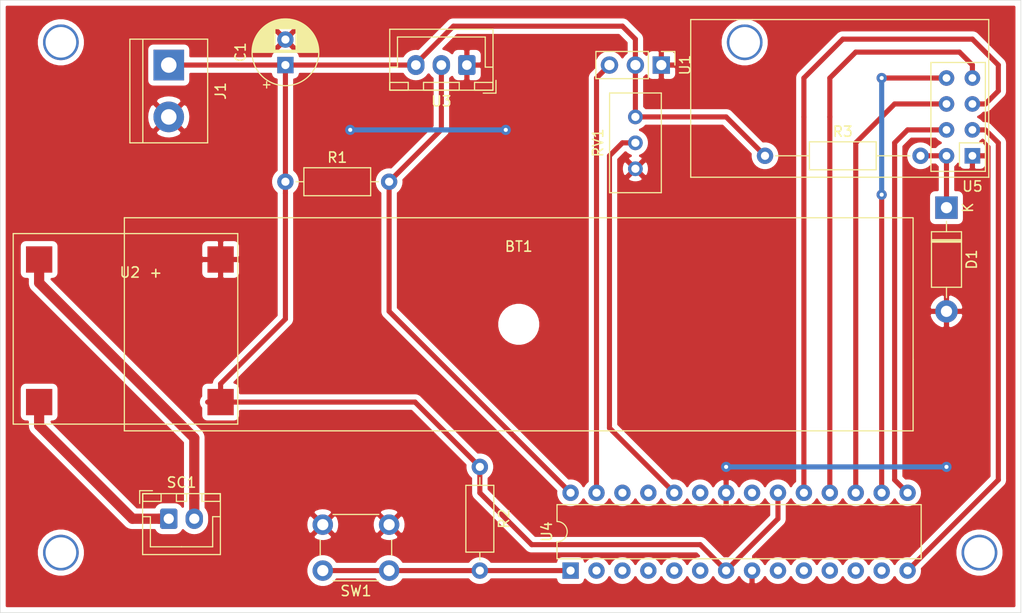
<source format=kicad_pcb>
(kicad_pcb (version 20171130) (host pcbnew 5.1.4)

  (general
    (thickness 1.6)
    (drawings 4)
    (tracks 87)
    (zones 0)
    (modules 15)
    (nets 30)
  )

  (page A4)
  (layers
    (0 F.Cu signal)
    (31 B.Cu signal)
    (32 B.Adhes user)
    (33 F.Adhes user)
    (34 B.Paste user)
    (35 F.Paste user)
    (36 B.SilkS user)
    (37 F.SilkS user)
    (38 B.Mask user)
    (39 F.Mask user)
    (40 Dwgs.User user)
    (41 Cmts.User user)
    (42 Eco1.User user)
    (43 Eco2.User user)
    (44 Edge.Cuts user)
    (45 Margin user)
    (46 B.CrtYd user)
    (47 F.CrtYd user)
    (48 B.Fab user)
    (49 F.Fab user)
  )

  (setup
    (last_trace_width 0.25)
    (user_trace_width 0.5)
    (user_trace_width 1)
    (trace_clearance 0.2)
    (zone_clearance 0.508)
    (zone_45_only no)
    (trace_min 0.2)
    (via_size 0.8)
    (via_drill 0.4)
    (via_min_size 0.4)
    (via_min_drill 0.3)
    (uvia_size 0.3)
    (uvia_drill 0.1)
    (uvias_allowed no)
    (uvia_min_size 0.2)
    (uvia_min_drill 0.1)
    (edge_width 0.05)
    (segment_width 0.2)
    (pcb_text_width 0.3)
    (pcb_text_size 1.5 1.5)
    (mod_edge_width 0.12)
    (mod_text_size 1 1)
    (mod_text_width 0.15)
    (pad_size 1.524 1.524)
    (pad_drill 0.762)
    (pad_to_mask_clearance 0.051)
    (solder_mask_min_width 0.25)
    (aux_axis_origin 0 0)
    (visible_elements FFFFF77F)
    (pcbplotparams
      (layerselection 0x010fc_ffffffff)
      (usegerberextensions false)
      (usegerberattributes false)
      (usegerberadvancedattributes false)
      (creategerberjobfile false)
      (excludeedgelayer true)
      (linewidth 0.100000)
      (plotframeref false)
      (viasonmask false)
      (mode 1)
      (useauxorigin false)
      (hpglpennumber 1)
      (hpglpenspeed 20)
      (hpglpendiameter 15.000000)
      (psnegative false)
      (psa4output false)
      (plotreference true)
      (plotvalue true)
      (plotinvisibletext false)
      (padsonsilk false)
      (subtractmaskfromsilk false)
      (outputformat 1)
      (mirror false)
      (drillshape 1)
      (scaleselection 1)
      (outputdirectory ""))
  )

  (net 0 "")
  (net 1 +3V8)
  (net 2 GND)
  (net 3 "Net-(D1-Pad1)")
  (net 4 AT02)
  (net 5 "Net-(R2-Pad2)")
  (net 6 A1)
  (net 7 "Net-(SC1-Pad2)")
  (net 8 AT09)
  (net 9 "Net-(U4-Pad2)")
  (net 10 AT10)
  (net 11 "Net-(U4-Pad3)")
  (net 12 AT11)
  (net 13 AT12)
  (net 14 AT13)
  (net 15 "Net-(U4-Pad6)")
  (net 16 "Net-(U4-Pad21)")
  (net 17 A0)
  (net 18 AT05)
  (net 19 "Net-(U4-Pad25)")
  (net 20 AT06)
  (net 21 "Net-(U4-Pad26)")
  (net 22 "Net-(U4-Pad13)")
  (net 23 AT08)
  (net 24 "Net-(SC1-Pad1)")
  (net 25 "Net-(U4-Pad9)")
  (net 26 "Net-(U4-Pad10)")
  (net 27 "Net-(U4-Pad11)")
  (net 28 "Net-(U4-Pad12)")
  (net 29 "Net-(U4-Pad23)")

  (net_class Default "Esta é a classe de rede padrão."
    (clearance 0.2)
    (trace_width 0.25)
    (via_dia 0.8)
    (via_drill 0.4)
    (uvia_dia 0.3)
    (uvia_drill 0.1)
    (add_net +3V8)
    (add_net A0)
    (add_net A1)
    (add_net AT02)
    (add_net AT05)
    (add_net AT06)
    (add_net AT08)
    (add_net AT09)
    (add_net AT10)
    (add_net AT11)
    (add_net AT12)
    (add_net AT13)
    (add_net GND)
    (add_net "Net-(D1-Pad1)")
    (add_net "Net-(R2-Pad2)")
    (add_net "Net-(SC1-Pad1)")
    (add_net "Net-(SC1-Pad2)")
    (add_net "Net-(U4-Pad10)")
    (add_net "Net-(U4-Pad11)")
    (add_net "Net-(U4-Pad12)")
    (add_net "Net-(U4-Pad13)")
    (add_net "Net-(U4-Pad2)")
    (add_net "Net-(U4-Pad21)")
    (add_net "Net-(U4-Pad23)")
    (add_net "Net-(U4-Pad25)")
    (add_net "Net-(U4-Pad26)")
    (add_net "Net-(U4-Pad3)")
    (add_net "Net-(U4-Pad6)")
    (add_net "Net-(U4-Pad9)")
  )

  (module Potentiometer_THT:Potentiometer_Bourns_3296W_Vertical (layer F.Cu) (tedit 5A3D4994) (tstamp 5DBD2483)
    (at 161.29 67.31 90)
    (descr "Potentiometer, vertical, Bourns 3296W, https://www.bourns.com/pdfs/3296.pdf")
    (tags "Potentiometer vertical Bourns 3296W")
    (path /5DBDD46A)
    (fp_text reference RV1 (at -2.54 -3.66 90) (layer F.SilkS)
      (effects (font (size 1 1) (thickness 0.15)))
    )
    (fp_text value R_POT_TRIM (at -2.54 3.67 90) (layer F.Fab)
      (effects (font (size 1 1) (thickness 0.15)))
    )
    (fp_circle (center 0.955 1.15) (end 2.05 1.15) (layer F.Fab) (width 0.1))
    (fp_line (start -7.305 -2.41) (end -7.305 2.42) (layer F.Fab) (width 0.1))
    (fp_line (start -7.305 2.42) (end 2.225 2.42) (layer F.Fab) (width 0.1))
    (fp_line (start 2.225 2.42) (end 2.225 -2.41) (layer F.Fab) (width 0.1))
    (fp_line (start 2.225 -2.41) (end -7.305 -2.41) (layer F.Fab) (width 0.1))
    (fp_line (start 0.955 2.235) (end 0.956 0.066) (layer F.Fab) (width 0.1))
    (fp_line (start 0.955 2.235) (end 0.956 0.066) (layer F.Fab) (width 0.1))
    (fp_line (start -7.425 -2.53) (end 2.345 -2.53) (layer F.SilkS) (width 0.12))
    (fp_line (start -7.425 2.54) (end 2.345 2.54) (layer F.SilkS) (width 0.12))
    (fp_line (start -7.425 -2.53) (end -7.425 2.54) (layer F.SilkS) (width 0.12))
    (fp_line (start 2.345 -2.53) (end 2.345 2.54) (layer F.SilkS) (width 0.12))
    (fp_line (start -7.6 -2.7) (end -7.6 2.7) (layer F.CrtYd) (width 0.05))
    (fp_line (start -7.6 2.7) (end 2.5 2.7) (layer F.CrtYd) (width 0.05))
    (fp_line (start 2.5 2.7) (end 2.5 -2.7) (layer F.CrtYd) (width 0.05))
    (fp_line (start 2.5 -2.7) (end -7.6 -2.7) (layer F.CrtYd) (width 0.05))
    (fp_text user %R (at -3.175 0.005 90) (layer F.Fab)
      (effects (font (size 1 1) (thickness 0.15)))
    )
    (pad 1 thru_hole circle (at 0 0 90) (size 1.44 1.44) (drill 0.8) (layers *.Cu *.Mask)
      (net 1 +3V8))
    (pad 2 thru_hole circle (at -2.54 0 90) (size 1.44 1.44) (drill 0.8) (layers *.Cu *.Mask)
      (net 6 A1))
    (pad 3 thru_hole circle (at -5.08 0 90) (size 1.44 1.44) (drill 0.8) (layers *.Cu *.Mask)
      (net 2 GND))
    (model ${KISYS3DMOD}/Potentiometer_THT.3dshapes/Potentiometer_Bourns_3296W_Vertical.wrl
      (at (xyz 0 0 0))
      (scale (xyz 1 1 1))
      (rotate (xyz 0 0 0))
    )
  )

  (module PI2_footprint:tp4056 (layer F.Cu) (tedit 5DBC9626) (tstamp 5DBD2501)
    (at 110.49 78.74)
    (path /5DB24CBC)
    (fp_text reference U2 (at 1.27 3.81) (layer F.SilkS)
      (effects (font (size 1 1) (thickness 0.15)))
    )
    (fp_text value tp4056 (at 1.27 10.16) (layer F.Fab)
      (effects (font (size 1 1) (thickness 0.15)))
    )
    (fp_line (start -10.16 18.67) (end 11.84 18.67) (layer F.SilkS) (width 0.12))
    (fp_line (start -10.16 0) (end -10.16 18.67) (layer F.SilkS) (width 0.12))
    (fp_line (start 11.84 0) (end 11.84 18.67) (layer F.SilkS) (width 0.12))
    (fp_line (start -10.16 0) (end 11.84 0) (layer F.SilkS) (width 0.12))
    (pad 2 smd rect (at -7.62 2.54) (size 2.58 2.58) (layers F.Cu F.Paste F.Mask)
      (net 7 "Net-(SC1-Pad2)"))
    (pad 1 smd rect (at -7.62 16.51) (size 2.58 2.58) (layers F.Cu F.Paste F.Mask)
      (net 24 "Net-(SC1-Pad1)"))
    (pad 4 smd rect (at 10.16 2.54) (size 2.58 2.58) (layers F.Cu F.Paste F.Mask)
      (net 2 GND))
    (pad 3 smd rect (at 10.16 16.51) (size 2.58 2.58) (layers F.Cu F.Paste F.Mask)
      (net 1 +3V8))
  )

  (module PI2_footprint:BatteryHolder (layer F.Cu) (tedit 5DBC932B) (tstamp 5DBD2363)
    (at 149.86 82.55)
    (path /5DB1C82A)
    (fp_text reference BT1 (at 0 -2.54) (layer F.SilkS)
      (effects (font (size 1 1) (thickness 0.15)))
    )
    (fp_text value 3.7V (at 0 6.35) (layer F.Fab)
      (effects (font (size 1 1) (thickness 0.15)))
    )
    (fp_line (start 38.64 -5.36) (end -38.64 -5.36) (layer F.SilkS) (width 0.12))
    (fp_line (start -39.03 15.91) (end 39.03 15.91) (layer F.CrtYd) (width 0.05))
    (fp_line (start -39.03 -5.75) (end 39.03 -5.75) (layer F.CrtYd) (width 0.05))
    (fp_line (start 38.64 15.52) (end -38.64 15.52) (layer F.SilkS) (width 0.12))
    (fp_line (start -38.64 15.52) (end -38.64 8.52) (layer F.SilkS) (width 0.12))
    (fp_line (start -39.03 -5.75) (end -39.03 1.4) (layer F.CrtYd) (width 0.05))
    (fp_line (start 39.03 8.76) (end 39.03 1.4) (layer F.CrtYd) (width 0.05))
    (fp_line (start -38.53 15.41) (end 38.53 15.41) (layer F.Fab) (width 0.1))
    (fp_line (start -39.03 8.76) (end -39.03 1.4) (layer F.CrtYd) (width 0.05))
    (fp_line (start -38.64 -5.36) (end -38.64 8.52) (layer F.SilkS) (width 0.12))
    (fp_line (start -33.3675 -5.25) (end 38.53 -5.25) (layer F.Fab) (width 0.1))
    (fp_line (start -39.03 15.91) (end -39.03 8.76) (layer F.CrtYd) (width 0.05))
    (fp_line (start 38.64 8.52) (end 38.64 -5.34) (layer F.SilkS) (width 0.12))
    (fp_line (start 39.03 -5.75) (end 39.03 1.4) (layer F.CrtYd) (width 0.05))
    (fp_line (start -38.53 -0.0875) (end -38.53 15.41) (layer F.Fab) (width 0.1))
    (fp_line (start 39.03 15.91) (end 39.03 8.76) (layer F.CrtYd) (width 0.05))
    (fp_line (start 38.53 -5.25) (end 38.53 15.41) (layer F.Fab) (width 0.1))
    (fp_line (start -33.3675 -5.25) (end -38.53 -0.0875) (layer F.Fab) (width 0.1))
    (fp_line (start 38.64 8.52) (end 38.64 15.52) (layer F.SilkS) (width 0.12))
    (fp_text user BatteryHolder_Keystone_1042_1x18650 (at 0 10.16) (layer F.Fab)
      (effects (font (size 1 1) (thickness 0.15)))
    )
    (fp_text user + (at -35.56 0) (layer F.SilkS)
      (effects (font (size 1 1) (thickness 0.15)))
    )
    (pad "" np_thru_hole circle (at 0 5.08) (size 3 3) (drill 3) (layers *.Cu *.Mask))
  )

  (module Resistor_THT:R_Axial_DIN0207_L6.3mm_D2.5mm_P10.16mm_Horizontal (layer F.Cu) (tedit 5AE5139B) (tstamp 5DBD2459)
    (at 146.05 101.6 270)
    (descr "Resistor, Axial_DIN0207 series, Axial, Horizontal, pin pitch=10.16mm, 0.25W = 1/4W, length*diameter=6.3*2.5mm^2, http://cdn-reichelt.de/documents/datenblatt/B400/1_4W%23YAG.pdf")
    (tags "Resistor Axial_DIN0207 series Axial Horizontal pin pitch 10.16mm 0.25W = 1/4W length 6.3mm diameter 2.5mm")
    (path /5DB2175A)
    (fp_text reference R2 (at 5.08 -2.37 90) (layer F.SilkS)
      (effects (font (size 1 1) (thickness 0.15)))
    )
    (fp_text value 10k (at 5.08 2.37 90) (layer F.Fab)
      (effects (font (size 1 1) (thickness 0.15)))
    )
    (fp_text user %R (at 5.08 0 90) (layer F.Fab)
      (effects (font (size 1 1) (thickness 0.15)))
    )
    (fp_line (start 11.21 -1.5) (end -1.05 -1.5) (layer F.CrtYd) (width 0.05))
    (fp_line (start 11.21 1.5) (end 11.21 -1.5) (layer F.CrtYd) (width 0.05))
    (fp_line (start -1.05 1.5) (end 11.21 1.5) (layer F.CrtYd) (width 0.05))
    (fp_line (start -1.05 -1.5) (end -1.05 1.5) (layer F.CrtYd) (width 0.05))
    (fp_line (start 9.12 0) (end 8.35 0) (layer F.SilkS) (width 0.12))
    (fp_line (start 1.04 0) (end 1.81 0) (layer F.SilkS) (width 0.12))
    (fp_line (start 8.35 -1.37) (end 1.81 -1.37) (layer F.SilkS) (width 0.12))
    (fp_line (start 8.35 1.37) (end 8.35 -1.37) (layer F.SilkS) (width 0.12))
    (fp_line (start 1.81 1.37) (end 8.35 1.37) (layer F.SilkS) (width 0.12))
    (fp_line (start 1.81 -1.37) (end 1.81 1.37) (layer F.SilkS) (width 0.12))
    (fp_line (start 10.16 0) (end 8.23 0) (layer F.Fab) (width 0.1))
    (fp_line (start 0 0) (end 1.93 0) (layer F.Fab) (width 0.1))
    (fp_line (start 8.23 -1.25) (end 1.93 -1.25) (layer F.Fab) (width 0.1))
    (fp_line (start 8.23 1.25) (end 8.23 -1.25) (layer F.Fab) (width 0.1))
    (fp_line (start 1.93 1.25) (end 8.23 1.25) (layer F.Fab) (width 0.1))
    (fp_line (start 1.93 -1.25) (end 1.93 1.25) (layer F.Fab) (width 0.1))
    (pad 2 thru_hole oval (at 10.16 0 270) (size 1.6 1.6) (drill 0.8) (layers *.Cu *.Mask)
      (net 5 "Net-(R2-Pad2)"))
    (pad 1 thru_hole circle (at 0 0 270) (size 1.6 1.6) (drill 0.8) (layers *.Cu *.Mask)
      (net 1 +3V8))
    (model ${KISYS3DMOD}/Resistor_THT.3dshapes/R_Axial_DIN0207_L6.3mm_D2.5mm_P10.16mm_Horizontal.wrl
      (at (xyz 0 0 0))
      (scale (xyz 1 1 1))
      (rotate (xyz 0 0 0))
    )
  )

  (module TerminalBlock:TerminalBlock_bornier-2_P5.08mm (layer F.Cu) (tedit 59FF03AB) (tstamp 5DBD242B)
    (at 115.57 62.23 270)
    (descr "simple 2-pin terminal block, pitch 5.08mm, revamped version of bornier2")
    (tags "terminal block bornier2")
    (path /5DBFD0C9)
    (fp_text reference J1 (at 2.54 -5.08 90) (layer F.SilkS)
      (effects (font (size 1 1) (thickness 0.15)))
    )
    (fp_text value Screw_Terminal_01x02 (at 2.54 5.08 90) (layer F.Fab)
      (effects (font (size 1 1) (thickness 0.15)))
    )
    (fp_text user %R (at 2.54 0 90) (layer F.Fab)
      (effects (font (size 1 1) (thickness 0.15)))
    )
    (fp_line (start -2.41 2.55) (end 7.49 2.55) (layer F.Fab) (width 0.1))
    (fp_line (start -2.46 -3.75) (end -2.46 3.75) (layer F.Fab) (width 0.1))
    (fp_line (start -2.46 3.75) (end 7.54 3.75) (layer F.Fab) (width 0.1))
    (fp_line (start 7.54 3.75) (end 7.54 -3.75) (layer F.Fab) (width 0.1))
    (fp_line (start 7.54 -3.75) (end -2.46 -3.75) (layer F.Fab) (width 0.1))
    (fp_line (start 7.62 2.54) (end -2.54 2.54) (layer F.SilkS) (width 0.12))
    (fp_line (start 7.62 3.81) (end 7.62 -3.81) (layer F.SilkS) (width 0.12))
    (fp_line (start 7.62 -3.81) (end -2.54 -3.81) (layer F.SilkS) (width 0.12))
    (fp_line (start -2.54 -3.81) (end -2.54 3.81) (layer F.SilkS) (width 0.12))
    (fp_line (start -2.54 3.81) (end 7.62 3.81) (layer F.SilkS) (width 0.12))
    (fp_line (start -2.71 -4) (end 7.79 -4) (layer F.CrtYd) (width 0.05))
    (fp_line (start -2.71 -4) (end -2.71 4) (layer F.CrtYd) (width 0.05))
    (fp_line (start 7.79 4) (end 7.79 -4) (layer F.CrtYd) (width 0.05))
    (fp_line (start 7.79 4) (end -2.71 4) (layer F.CrtYd) (width 0.05))
    (pad 1 thru_hole rect (at 0 0 270) (size 3 3) (drill 1.52) (layers *.Cu *.Mask)
      (net 1 +3V8))
    (pad 2 thru_hole circle (at 5.08 0 270) (size 3 3) (drill 1.52) (layers *.Cu *.Mask)
      (net 2 GND))
    (model ${KISYS3DMOD}/TerminalBlock.3dshapes/TerminalBlock_bornier-2_P5.08mm.wrl
      (offset (xyz 2.539999961853027 0 0))
      (scale (xyz 1 1 1))
      (rotate (xyz 0 0 0))
    )
  )

  (module Resistor_THT:R_Axial_DIN0207_L6.3mm_D2.5mm_P10.16mm_Horizontal (layer F.Cu) (tedit 5AE5139B) (tstamp 5DBD2442)
    (at 127 73.66)
    (descr "Resistor, Axial_DIN0207 series, Axial, Horizontal, pin pitch=10.16mm, 0.25W = 1/4W, length*diameter=6.3*2.5mm^2, http://cdn-reichelt.de/documents/datenblatt/B400/1_4W%23YAG.pdf")
    (tags "Resistor Axial_DIN0207 series Axial Horizontal pin pitch 10.16mm 0.25W = 1/4W length 6.3mm diameter 2.5mm")
    (path /5DC0C4F8)
    (fp_text reference R1 (at 5.08 -2.37) (layer F.SilkS)
      (effects (font (size 1 1) (thickness 0.15)))
    )
    (fp_text value 4.7k (at 5.08 2.37) (layer F.Fab)
      (effects (font (size 1 1) (thickness 0.15)))
    )
    (fp_line (start 1.93 -1.25) (end 1.93 1.25) (layer F.Fab) (width 0.1))
    (fp_line (start 1.93 1.25) (end 8.23 1.25) (layer F.Fab) (width 0.1))
    (fp_line (start 8.23 1.25) (end 8.23 -1.25) (layer F.Fab) (width 0.1))
    (fp_line (start 8.23 -1.25) (end 1.93 -1.25) (layer F.Fab) (width 0.1))
    (fp_line (start 0 0) (end 1.93 0) (layer F.Fab) (width 0.1))
    (fp_line (start 10.16 0) (end 8.23 0) (layer F.Fab) (width 0.1))
    (fp_line (start 1.81 -1.37) (end 1.81 1.37) (layer F.SilkS) (width 0.12))
    (fp_line (start 1.81 1.37) (end 8.35 1.37) (layer F.SilkS) (width 0.12))
    (fp_line (start 8.35 1.37) (end 8.35 -1.37) (layer F.SilkS) (width 0.12))
    (fp_line (start 8.35 -1.37) (end 1.81 -1.37) (layer F.SilkS) (width 0.12))
    (fp_line (start 1.04 0) (end 1.81 0) (layer F.SilkS) (width 0.12))
    (fp_line (start 9.12 0) (end 8.35 0) (layer F.SilkS) (width 0.12))
    (fp_line (start -1.05 -1.5) (end -1.05 1.5) (layer F.CrtYd) (width 0.05))
    (fp_line (start -1.05 1.5) (end 11.21 1.5) (layer F.CrtYd) (width 0.05))
    (fp_line (start 11.21 1.5) (end 11.21 -1.5) (layer F.CrtYd) (width 0.05))
    (fp_line (start 11.21 -1.5) (end -1.05 -1.5) (layer F.CrtYd) (width 0.05))
    (fp_text user %R (at 5.08 0) (layer F.Fab)
      (effects (font (size 1 1) (thickness 0.15)))
    )
    (pad 1 thru_hole circle (at 0 0) (size 1.6 1.6) (drill 0.8) (layers *.Cu *.Mask)
      (net 1 +3V8))
    (pad 2 thru_hole oval (at 10.16 0) (size 1.6 1.6) (drill 0.8) (layers *.Cu *.Mask)
      (net 4 AT02))
    (model ${KISYS3DMOD}/Resistor_THT.3dshapes/R_Axial_DIN0207_L6.3mm_D2.5mm_P10.16mm_Horizontal.wrl
      (at (xyz 0 0 0))
      (scale (xyz 1 1 1))
      (rotate (xyz 0 0 0))
    )
  )

  (module Connector_JST:JST_XH_B3B-XH-A_1x03_P2.50mm_Vertical (layer F.Cu) (tedit 5C28146C) (tstamp 5DBD252B)
    (at 144.78 62.23 180)
    (descr "JST XH series connector, B3B-XH-A (http://www.jst-mfg.com/product/pdf/eng/eXH.pdf), generated with kicad-footprint-generator")
    (tags "connector JST XH vertical")
    (path /5DB23C9D)
    (fp_text reference U3 (at 2.5 -3.55) (layer F.SilkS)
      (effects (font (size 1 1) (thickness 0.15)))
    )
    (fp_text value DS18B20 (at 2.5 4.6) (layer F.Fab)
      (effects (font (size 1 1) (thickness 0.15)))
    )
    (fp_line (start -2.45 -2.35) (end -2.45 3.4) (layer F.Fab) (width 0.1))
    (fp_line (start -2.45 3.4) (end 7.45 3.4) (layer F.Fab) (width 0.1))
    (fp_line (start 7.45 3.4) (end 7.45 -2.35) (layer F.Fab) (width 0.1))
    (fp_line (start 7.45 -2.35) (end -2.45 -2.35) (layer F.Fab) (width 0.1))
    (fp_line (start -2.56 -2.46) (end -2.56 3.51) (layer F.SilkS) (width 0.12))
    (fp_line (start -2.56 3.51) (end 7.56 3.51) (layer F.SilkS) (width 0.12))
    (fp_line (start 7.56 3.51) (end 7.56 -2.46) (layer F.SilkS) (width 0.12))
    (fp_line (start 7.56 -2.46) (end -2.56 -2.46) (layer F.SilkS) (width 0.12))
    (fp_line (start -2.95 -2.85) (end -2.95 3.9) (layer F.CrtYd) (width 0.05))
    (fp_line (start -2.95 3.9) (end 7.95 3.9) (layer F.CrtYd) (width 0.05))
    (fp_line (start 7.95 3.9) (end 7.95 -2.85) (layer F.CrtYd) (width 0.05))
    (fp_line (start 7.95 -2.85) (end -2.95 -2.85) (layer F.CrtYd) (width 0.05))
    (fp_line (start -0.625 -2.35) (end 0 -1.35) (layer F.Fab) (width 0.1))
    (fp_line (start 0 -1.35) (end 0.625 -2.35) (layer F.Fab) (width 0.1))
    (fp_line (start 0.75 -2.45) (end 0.75 -1.7) (layer F.SilkS) (width 0.12))
    (fp_line (start 0.75 -1.7) (end 4.25 -1.7) (layer F.SilkS) (width 0.12))
    (fp_line (start 4.25 -1.7) (end 4.25 -2.45) (layer F.SilkS) (width 0.12))
    (fp_line (start 4.25 -2.45) (end 0.75 -2.45) (layer F.SilkS) (width 0.12))
    (fp_line (start -2.55 -2.45) (end -2.55 -1.7) (layer F.SilkS) (width 0.12))
    (fp_line (start -2.55 -1.7) (end -0.75 -1.7) (layer F.SilkS) (width 0.12))
    (fp_line (start -0.75 -1.7) (end -0.75 -2.45) (layer F.SilkS) (width 0.12))
    (fp_line (start -0.75 -2.45) (end -2.55 -2.45) (layer F.SilkS) (width 0.12))
    (fp_line (start 5.75 -2.45) (end 5.75 -1.7) (layer F.SilkS) (width 0.12))
    (fp_line (start 5.75 -1.7) (end 7.55 -1.7) (layer F.SilkS) (width 0.12))
    (fp_line (start 7.55 -1.7) (end 7.55 -2.45) (layer F.SilkS) (width 0.12))
    (fp_line (start 7.55 -2.45) (end 5.75 -2.45) (layer F.SilkS) (width 0.12))
    (fp_line (start -2.55 -0.2) (end -1.8 -0.2) (layer F.SilkS) (width 0.12))
    (fp_line (start -1.8 -0.2) (end -1.8 2.75) (layer F.SilkS) (width 0.12))
    (fp_line (start -1.8 2.75) (end 2.5 2.75) (layer F.SilkS) (width 0.12))
    (fp_line (start 7.55 -0.2) (end 6.8 -0.2) (layer F.SilkS) (width 0.12))
    (fp_line (start 6.8 -0.2) (end 6.8 2.75) (layer F.SilkS) (width 0.12))
    (fp_line (start 6.8 2.75) (end 2.5 2.75) (layer F.SilkS) (width 0.12))
    (fp_line (start -1.6 -2.75) (end -2.85 -2.75) (layer F.SilkS) (width 0.12))
    (fp_line (start -2.85 -2.75) (end -2.85 -1.5) (layer F.SilkS) (width 0.12))
    (fp_text user %R (at 2.5 2.7) (layer F.Fab)
      (effects (font (size 1 1) (thickness 0.15)))
    )
    (pad 1 thru_hole roundrect (at 0 0 180) (size 1.7 1.95) (drill 0.95) (layers *.Cu *.Mask) (roundrect_rratio 0.147059)
      (net 2 GND))
    (pad 2 thru_hole oval (at 2.5 0 180) (size 1.7 1.95) (drill 0.95) (layers *.Cu *.Mask)
      (net 4 AT02))
    (pad 3 thru_hole oval (at 5 0 180) (size 1.7 1.95) (drill 0.95) (layers *.Cu *.Mask)
      (net 1 +3V8))
    (model ${KISYS3DMOD}/Connector_JST.3dshapes/JST_XH_B3B-XH-A_1x03_P2.50mm_Vertical.wrl
      (at (xyz 0 0 0))
      (scale (xyz 1 1 1))
      (rotate (xyz 0 0 0))
    )
  )

  (module Connector_PinHeader_2.54mm:PinHeader_1x03_P2.54mm_Vertical (layer F.Cu) (tedit 59FED5CC) (tstamp 5DBD5931)
    (at 163.83 62.23 270)
    (descr "Through hole straight pin header, 1x03, 2.54mm pitch, single row")
    (tags "Through hole pin header THT 1x03 2.54mm single row")
    (path /5DBEC5BC)
    (fp_text reference U1 (at 0 -2.33 90) (layer F.SilkS)
      (effects (font (size 1 1) (thickness 0.15)))
    )
    (fp_text value SENO (at 0 7.41 90) (layer F.Fab)
      (effects (font (size 1 1) (thickness 0.15)))
    )
    (fp_line (start -0.635 -1.27) (end 1.27 -1.27) (layer F.Fab) (width 0.1))
    (fp_line (start 1.27 -1.27) (end 1.27 6.35) (layer F.Fab) (width 0.1))
    (fp_line (start 1.27 6.35) (end -1.27 6.35) (layer F.Fab) (width 0.1))
    (fp_line (start -1.27 6.35) (end -1.27 -0.635) (layer F.Fab) (width 0.1))
    (fp_line (start -1.27 -0.635) (end -0.635 -1.27) (layer F.Fab) (width 0.1))
    (fp_line (start -1.33 6.41) (end 1.33 6.41) (layer F.SilkS) (width 0.12))
    (fp_line (start -1.33 1.27) (end -1.33 6.41) (layer F.SilkS) (width 0.12))
    (fp_line (start 1.33 1.27) (end 1.33 6.41) (layer F.SilkS) (width 0.12))
    (fp_line (start -1.33 1.27) (end 1.33 1.27) (layer F.SilkS) (width 0.12))
    (fp_line (start -1.33 0) (end -1.33 -1.33) (layer F.SilkS) (width 0.12))
    (fp_line (start -1.33 -1.33) (end 0 -1.33) (layer F.SilkS) (width 0.12))
    (fp_line (start -1.8 -1.8) (end -1.8 6.85) (layer F.CrtYd) (width 0.05))
    (fp_line (start -1.8 6.85) (end 1.8 6.85) (layer F.CrtYd) (width 0.05))
    (fp_line (start 1.8 6.85) (end 1.8 -1.8) (layer F.CrtYd) (width 0.05))
    (fp_line (start 1.8 -1.8) (end -1.8 -1.8) (layer F.CrtYd) (width 0.05))
    (fp_text user %R (at 0 2.54) (layer F.Fab)
      (effects (font (size 1 1) (thickness 0.15)))
    )
    (pad 1 thru_hole rect (at 0 0 270) (size 1.7 1.7) (drill 1) (layers *.Cu *.Mask)
      (net 2 GND))
    (pad 2 thru_hole oval (at 0 2.54 270) (size 1.7 1.7) (drill 1) (layers *.Cu *.Mask)
      (net 1 +3V8))
    (pad 3 thru_hole oval (at 0 5.08 270) (size 1.7 1.7) (drill 1) (layers *.Cu *.Mask)
      (net 17 A0))
    (model ${KISYS3DMOD}/Connector_PinHeader_2.54mm.3dshapes/PinHeader_1x03_P2.54mm_Vertical.wrl
      (at (xyz 0 0 0))
      (scale (xyz 1 1 1))
      (rotate (xyz 0 0 0))
    )
  )

  (module Capacitor_THT:CP_Radial_D6.3mm_P2.50mm (layer F.Cu) (tedit 5AE50EF0) (tstamp 5DBD337E)
    (at 127 62.23 90)
    (descr "CP, Radial series, Radial, pin pitch=2.50mm, , diameter=6.3mm, Electrolytic Capacitor")
    (tags "CP Radial series Radial pin pitch 2.50mm  diameter 6.3mm Electrolytic Capacitor")
    (path /5DB22BD6)
    (fp_text reference C1 (at 1.25 -4.4 90) (layer F.SilkS)
      (effects (font (size 1 1) (thickness 0.15)))
    )
    (fp_text value 100uF (at 1.25 4.4 90) (layer F.Fab)
      (effects (font (size 1 1) (thickness 0.15)))
    )
    (fp_circle (center 1.25 0) (end 4.4 0) (layer F.Fab) (width 0.1))
    (fp_circle (center 1.25 0) (end 4.52 0) (layer F.SilkS) (width 0.12))
    (fp_circle (center 1.25 0) (end 4.65 0) (layer F.CrtYd) (width 0.05))
    (fp_line (start -1.443972 -1.3735) (end -0.813972 -1.3735) (layer F.Fab) (width 0.1))
    (fp_line (start -1.128972 -1.6885) (end -1.128972 -1.0585) (layer F.Fab) (width 0.1))
    (fp_line (start 1.25 -3.23) (end 1.25 3.23) (layer F.SilkS) (width 0.12))
    (fp_line (start 1.29 -3.23) (end 1.29 3.23) (layer F.SilkS) (width 0.12))
    (fp_line (start 1.33 -3.23) (end 1.33 3.23) (layer F.SilkS) (width 0.12))
    (fp_line (start 1.37 -3.228) (end 1.37 3.228) (layer F.SilkS) (width 0.12))
    (fp_line (start 1.41 -3.227) (end 1.41 3.227) (layer F.SilkS) (width 0.12))
    (fp_line (start 1.45 -3.224) (end 1.45 3.224) (layer F.SilkS) (width 0.12))
    (fp_line (start 1.49 -3.222) (end 1.49 -1.04) (layer F.SilkS) (width 0.12))
    (fp_line (start 1.49 1.04) (end 1.49 3.222) (layer F.SilkS) (width 0.12))
    (fp_line (start 1.53 -3.218) (end 1.53 -1.04) (layer F.SilkS) (width 0.12))
    (fp_line (start 1.53 1.04) (end 1.53 3.218) (layer F.SilkS) (width 0.12))
    (fp_line (start 1.57 -3.215) (end 1.57 -1.04) (layer F.SilkS) (width 0.12))
    (fp_line (start 1.57 1.04) (end 1.57 3.215) (layer F.SilkS) (width 0.12))
    (fp_line (start 1.61 -3.211) (end 1.61 -1.04) (layer F.SilkS) (width 0.12))
    (fp_line (start 1.61 1.04) (end 1.61 3.211) (layer F.SilkS) (width 0.12))
    (fp_line (start 1.65 -3.206) (end 1.65 -1.04) (layer F.SilkS) (width 0.12))
    (fp_line (start 1.65 1.04) (end 1.65 3.206) (layer F.SilkS) (width 0.12))
    (fp_line (start 1.69 -3.201) (end 1.69 -1.04) (layer F.SilkS) (width 0.12))
    (fp_line (start 1.69 1.04) (end 1.69 3.201) (layer F.SilkS) (width 0.12))
    (fp_line (start 1.73 -3.195) (end 1.73 -1.04) (layer F.SilkS) (width 0.12))
    (fp_line (start 1.73 1.04) (end 1.73 3.195) (layer F.SilkS) (width 0.12))
    (fp_line (start 1.77 -3.189) (end 1.77 -1.04) (layer F.SilkS) (width 0.12))
    (fp_line (start 1.77 1.04) (end 1.77 3.189) (layer F.SilkS) (width 0.12))
    (fp_line (start 1.81 -3.182) (end 1.81 -1.04) (layer F.SilkS) (width 0.12))
    (fp_line (start 1.81 1.04) (end 1.81 3.182) (layer F.SilkS) (width 0.12))
    (fp_line (start 1.85 -3.175) (end 1.85 -1.04) (layer F.SilkS) (width 0.12))
    (fp_line (start 1.85 1.04) (end 1.85 3.175) (layer F.SilkS) (width 0.12))
    (fp_line (start 1.89 -3.167) (end 1.89 -1.04) (layer F.SilkS) (width 0.12))
    (fp_line (start 1.89 1.04) (end 1.89 3.167) (layer F.SilkS) (width 0.12))
    (fp_line (start 1.93 -3.159) (end 1.93 -1.04) (layer F.SilkS) (width 0.12))
    (fp_line (start 1.93 1.04) (end 1.93 3.159) (layer F.SilkS) (width 0.12))
    (fp_line (start 1.971 -3.15) (end 1.971 -1.04) (layer F.SilkS) (width 0.12))
    (fp_line (start 1.971 1.04) (end 1.971 3.15) (layer F.SilkS) (width 0.12))
    (fp_line (start 2.011 -3.141) (end 2.011 -1.04) (layer F.SilkS) (width 0.12))
    (fp_line (start 2.011 1.04) (end 2.011 3.141) (layer F.SilkS) (width 0.12))
    (fp_line (start 2.051 -3.131) (end 2.051 -1.04) (layer F.SilkS) (width 0.12))
    (fp_line (start 2.051 1.04) (end 2.051 3.131) (layer F.SilkS) (width 0.12))
    (fp_line (start 2.091 -3.121) (end 2.091 -1.04) (layer F.SilkS) (width 0.12))
    (fp_line (start 2.091 1.04) (end 2.091 3.121) (layer F.SilkS) (width 0.12))
    (fp_line (start 2.131 -3.11) (end 2.131 -1.04) (layer F.SilkS) (width 0.12))
    (fp_line (start 2.131 1.04) (end 2.131 3.11) (layer F.SilkS) (width 0.12))
    (fp_line (start 2.171 -3.098) (end 2.171 -1.04) (layer F.SilkS) (width 0.12))
    (fp_line (start 2.171 1.04) (end 2.171 3.098) (layer F.SilkS) (width 0.12))
    (fp_line (start 2.211 -3.086) (end 2.211 -1.04) (layer F.SilkS) (width 0.12))
    (fp_line (start 2.211 1.04) (end 2.211 3.086) (layer F.SilkS) (width 0.12))
    (fp_line (start 2.251 -3.074) (end 2.251 -1.04) (layer F.SilkS) (width 0.12))
    (fp_line (start 2.251 1.04) (end 2.251 3.074) (layer F.SilkS) (width 0.12))
    (fp_line (start 2.291 -3.061) (end 2.291 -1.04) (layer F.SilkS) (width 0.12))
    (fp_line (start 2.291 1.04) (end 2.291 3.061) (layer F.SilkS) (width 0.12))
    (fp_line (start 2.331 -3.047) (end 2.331 -1.04) (layer F.SilkS) (width 0.12))
    (fp_line (start 2.331 1.04) (end 2.331 3.047) (layer F.SilkS) (width 0.12))
    (fp_line (start 2.371 -3.033) (end 2.371 -1.04) (layer F.SilkS) (width 0.12))
    (fp_line (start 2.371 1.04) (end 2.371 3.033) (layer F.SilkS) (width 0.12))
    (fp_line (start 2.411 -3.018) (end 2.411 -1.04) (layer F.SilkS) (width 0.12))
    (fp_line (start 2.411 1.04) (end 2.411 3.018) (layer F.SilkS) (width 0.12))
    (fp_line (start 2.451 -3.002) (end 2.451 -1.04) (layer F.SilkS) (width 0.12))
    (fp_line (start 2.451 1.04) (end 2.451 3.002) (layer F.SilkS) (width 0.12))
    (fp_line (start 2.491 -2.986) (end 2.491 -1.04) (layer F.SilkS) (width 0.12))
    (fp_line (start 2.491 1.04) (end 2.491 2.986) (layer F.SilkS) (width 0.12))
    (fp_line (start 2.531 -2.97) (end 2.531 -1.04) (layer F.SilkS) (width 0.12))
    (fp_line (start 2.531 1.04) (end 2.531 2.97) (layer F.SilkS) (width 0.12))
    (fp_line (start 2.571 -2.952) (end 2.571 -1.04) (layer F.SilkS) (width 0.12))
    (fp_line (start 2.571 1.04) (end 2.571 2.952) (layer F.SilkS) (width 0.12))
    (fp_line (start 2.611 -2.934) (end 2.611 -1.04) (layer F.SilkS) (width 0.12))
    (fp_line (start 2.611 1.04) (end 2.611 2.934) (layer F.SilkS) (width 0.12))
    (fp_line (start 2.651 -2.916) (end 2.651 -1.04) (layer F.SilkS) (width 0.12))
    (fp_line (start 2.651 1.04) (end 2.651 2.916) (layer F.SilkS) (width 0.12))
    (fp_line (start 2.691 -2.896) (end 2.691 -1.04) (layer F.SilkS) (width 0.12))
    (fp_line (start 2.691 1.04) (end 2.691 2.896) (layer F.SilkS) (width 0.12))
    (fp_line (start 2.731 -2.876) (end 2.731 -1.04) (layer F.SilkS) (width 0.12))
    (fp_line (start 2.731 1.04) (end 2.731 2.876) (layer F.SilkS) (width 0.12))
    (fp_line (start 2.771 -2.856) (end 2.771 -1.04) (layer F.SilkS) (width 0.12))
    (fp_line (start 2.771 1.04) (end 2.771 2.856) (layer F.SilkS) (width 0.12))
    (fp_line (start 2.811 -2.834) (end 2.811 -1.04) (layer F.SilkS) (width 0.12))
    (fp_line (start 2.811 1.04) (end 2.811 2.834) (layer F.SilkS) (width 0.12))
    (fp_line (start 2.851 -2.812) (end 2.851 -1.04) (layer F.SilkS) (width 0.12))
    (fp_line (start 2.851 1.04) (end 2.851 2.812) (layer F.SilkS) (width 0.12))
    (fp_line (start 2.891 -2.79) (end 2.891 -1.04) (layer F.SilkS) (width 0.12))
    (fp_line (start 2.891 1.04) (end 2.891 2.79) (layer F.SilkS) (width 0.12))
    (fp_line (start 2.931 -2.766) (end 2.931 -1.04) (layer F.SilkS) (width 0.12))
    (fp_line (start 2.931 1.04) (end 2.931 2.766) (layer F.SilkS) (width 0.12))
    (fp_line (start 2.971 -2.742) (end 2.971 -1.04) (layer F.SilkS) (width 0.12))
    (fp_line (start 2.971 1.04) (end 2.971 2.742) (layer F.SilkS) (width 0.12))
    (fp_line (start 3.011 -2.716) (end 3.011 -1.04) (layer F.SilkS) (width 0.12))
    (fp_line (start 3.011 1.04) (end 3.011 2.716) (layer F.SilkS) (width 0.12))
    (fp_line (start 3.051 -2.69) (end 3.051 -1.04) (layer F.SilkS) (width 0.12))
    (fp_line (start 3.051 1.04) (end 3.051 2.69) (layer F.SilkS) (width 0.12))
    (fp_line (start 3.091 -2.664) (end 3.091 -1.04) (layer F.SilkS) (width 0.12))
    (fp_line (start 3.091 1.04) (end 3.091 2.664) (layer F.SilkS) (width 0.12))
    (fp_line (start 3.131 -2.636) (end 3.131 -1.04) (layer F.SilkS) (width 0.12))
    (fp_line (start 3.131 1.04) (end 3.131 2.636) (layer F.SilkS) (width 0.12))
    (fp_line (start 3.171 -2.607) (end 3.171 -1.04) (layer F.SilkS) (width 0.12))
    (fp_line (start 3.171 1.04) (end 3.171 2.607) (layer F.SilkS) (width 0.12))
    (fp_line (start 3.211 -2.578) (end 3.211 -1.04) (layer F.SilkS) (width 0.12))
    (fp_line (start 3.211 1.04) (end 3.211 2.578) (layer F.SilkS) (width 0.12))
    (fp_line (start 3.251 -2.548) (end 3.251 -1.04) (layer F.SilkS) (width 0.12))
    (fp_line (start 3.251 1.04) (end 3.251 2.548) (layer F.SilkS) (width 0.12))
    (fp_line (start 3.291 -2.516) (end 3.291 -1.04) (layer F.SilkS) (width 0.12))
    (fp_line (start 3.291 1.04) (end 3.291 2.516) (layer F.SilkS) (width 0.12))
    (fp_line (start 3.331 -2.484) (end 3.331 -1.04) (layer F.SilkS) (width 0.12))
    (fp_line (start 3.331 1.04) (end 3.331 2.484) (layer F.SilkS) (width 0.12))
    (fp_line (start 3.371 -2.45) (end 3.371 -1.04) (layer F.SilkS) (width 0.12))
    (fp_line (start 3.371 1.04) (end 3.371 2.45) (layer F.SilkS) (width 0.12))
    (fp_line (start 3.411 -2.416) (end 3.411 -1.04) (layer F.SilkS) (width 0.12))
    (fp_line (start 3.411 1.04) (end 3.411 2.416) (layer F.SilkS) (width 0.12))
    (fp_line (start 3.451 -2.38) (end 3.451 -1.04) (layer F.SilkS) (width 0.12))
    (fp_line (start 3.451 1.04) (end 3.451 2.38) (layer F.SilkS) (width 0.12))
    (fp_line (start 3.491 -2.343) (end 3.491 -1.04) (layer F.SilkS) (width 0.12))
    (fp_line (start 3.491 1.04) (end 3.491 2.343) (layer F.SilkS) (width 0.12))
    (fp_line (start 3.531 -2.305) (end 3.531 -1.04) (layer F.SilkS) (width 0.12))
    (fp_line (start 3.531 1.04) (end 3.531 2.305) (layer F.SilkS) (width 0.12))
    (fp_line (start 3.571 -2.265) (end 3.571 2.265) (layer F.SilkS) (width 0.12))
    (fp_line (start 3.611 -2.224) (end 3.611 2.224) (layer F.SilkS) (width 0.12))
    (fp_line (start 3.651 -2.182) (end 3.651 2.182) (layer F.SilkS) (width 0.12))
    (fp_line (start 3.691 -2.137) (end 3.691 2.137) (layer F.SilkS) (width 0.12))
    (fp_line (start 3.731 -2.092) (end 3.731 2.092) (layer F.SilkS) (width 0.12))
    (fp_line (start 3.771 -2.044) (end 3.771 2.044) (layer F.SilkS) (width 0.12))
    (fp_line (start 3.811 -1.995) (end 3.811 1.995) (layer F.SilkS) (width 0.12))
    (fp_line (start 3.851 -1.944) (end 3.851 1.944) (layer F.SilkS) (width 0.12))
    (fp_line (start 3.891 -1.89) (end 3.891 1.89) (layer F.SilkS) (width 0.12))
    (fp_line (start 3.931 -1.834) (end 3.931 1.834) (layer F.SilkS) (width 0.12))
    (fp_line (start 3.971 -1.776) (end 3.971 1.776) (layer F.SilkS) (width 0.12))
    (fp_line (start 4.011 -1.714) (end 4.011 1.714) (layer F.SilkS) (width 0.12))
    (fp_line (start 4.051 -1.65) (end 4.051 1.65) (layer F.SilkS) (width 0.12))
    (fp_line (start 4.091 -1.581) (end 4.091 1.581) (layer F.SilkS) (width 0.12))
    (fp_line (start 4.131 -1.509) (end 4.131 1.509) (layer F.SilkS) (width 0.12))
    (fp_line (start 4.171 -1.432) (end 4.171 1.432) (layer F.SilkS) (width 0.12))
    (fp_line (start 4.211 -1.35) (end 4.211 1.35) (layer F.SilkS) (width 0.12))
    (fp_line (start 4.251 -1.262) (end 4.251 1.262) (layer F.SilkS) (width 0.12))
    (fp_line (start 4.291 -1.165) (end 4.291 1.165) (layer F.SilkS) (width 0.12))
    (fp_line (start 4.331 -1.059) (end 4.331 1.059) (layer F.SilkS) (width 0.12))
    (fp_line (start 4.371 -0.94) (end 4.371 0.94) (layer F.SilkS) (width 0.12))
    (fp_line (start 4.411 -0.802) (end 4.411 0.802) (layer F.SilkS) (width 0.12))
    (fp_line (start 4.451 -0.633) (end 4.451 0.633) (layer F.SilkS) (width 0.12))
    (fp_line (start 4.491 -0.402) (end 4.491 0.402) (layer F.SilkS) (width 0.12))
    (fp_line (start -2.250241 -1.839) (end -1.620241 -1.839) (layer F.SilkS) (width 0.12))
    (fp_line (start -1.935241 -2.154) (end -1.935241 -1.524) (layer F.SilkS) (width 0.12))
    (fp_text user %R (at 1.25 0 90) (layer F.Fab)
      (effects (font (size 1 1) (thickness 0.15)))
    )
    (pad 1 thru_hole rect (at 0 0 90) (size 1.6 1.6) (drill 0.8) (layers *.Cu *.Mask)
      (net 1 +3V8))
    (pad 2 thru_hole circle (at 2.5 0 90) (size 1.6 1.6) (drill 0.8) (layers *.Cu *.Mask)
      (net 2 GND))
    (model ${KISYS3DMOD}/Capacitor_THT.3dshapes/CP_Radial_D6.3mm_P2.50mm.wrl
      (at (xyz 0 0 0))
      (scale (xyz 1 1 1))
      (rotate (xyz 0 0 0))
    )
  )

  (module Resistor_THT:R_Axial_DIN0207_L6.3mm_D2.5mm_P15.24mm_Horizontal (layer F.Cu) (tedit 5AE5139B) (tstamp 5DBD246C)
    (at 173.99 71.12)
    (descr "Resistor, Axial_DIN0207 series, Axial, Horizontal, pin pitch=15.24mm, 0.25W = 1/4W, length*diameter=6.3*2.5mm^2, http://cdn-reichelt.de/documents/datenblatt/B400/1_4W%23YAG.pdf")
    (tags "Resistor Axial_DIN0207 series Axial Horizontal pin pitch 15.24mm 0.25W = 1/4W length 6.3mm diameter 2.5mm")
    (path /5DBA437B)
    (fp_text reference R3 (at 7.62 -2.37) (layer F.SilkS)
      (effects (font (size 1 1) (thickness 0.15)))
    )
    (fp_text value Rzener (at 7.62 2.37) (layer F.Fab)
      (effects (font (size 1 1) (thickness 0.15)))
    )
    (fp_text user %R (at 7.62 0) (layer F.Fab)
      (effects (font (size 1 1) (thickness 0.15)))
    )
    (fp_line (start 16.29 -1.5) (end -1.05 -1.5) (layer F.CrtYd) (width 0.05))
    (fp_line (start 16.29 1.5) (end 16.29 -1.5) (layer F.CrtYd) (width 0.05))
    (fp_line (start -1.05 1.5) (end 16.29 1.5) (layer F.CrtYd) (width 0.05))
    (fp_line (start -1.05 -1.5) (end -1.05 1.5) (layer F.CrtYd) (width 0.05))
    (fp_line (start 14.2 0) (end 10.89 0) (layer F.SilkS) (width 0.12))
    (fp_line (start 1.04 0) (end 4.35 0) (layer F.SilkS) (width 0.12))
    (fp_line (start 10.89 -1.37) (end 4.35 -1.37) (layer F.SilkS) (width 0.12))
    (fp_line (start 10.89 1.37) (end 10.89 -1.37) (layer F.SilkS) (width 0.12))
    (fp_line (start 4.35 1.37) (end 10.89 1.37) (layer F.SilkS) (width 0.12))
    (fp_line (start 4.35 -1.37) (end 4.35 1.37) (layer F.SilkS) (width 0.12))
    (fp_line (start 15.24 0) (end 10.77 0) (layer F.Fab) (width 0.1))
    (fp_line (start 0 0) (end 4.47 0) (layer F.Fab) (width 0.1))
    (fp_line (start 10.77 -1.25) (end 4.47 -1.25) (layer F.Fab) (width 0.1))
    (fp_line (start 10.77 1.25) (end 10.77 -1.25) (layer F.Fab) (width 0.1))
    (fp_line (start 4.47 1.25) (end 10.77 1.25) (layer F.Fab) (width 0.1))
    (fp_line (start 4.47 -1.25) (end 4.47 1.25) (layer F.Fab) (width 0.1))
    (pad 2 thru_hole oval (at 15.24 0) (size 1.6 1.6) (drill 0.8) (layers *.Cu *.Mask)
      (net 3 "Net-(D1-Pad1)"))
    (pad 1 thru_hole circle (at 0 0) (size 1.6 1.6) (drill 0.8) (layers *.Cu *.Mask)
      (net 1 +3V8))
    (model ${KISYS3DMOD}/Resistor_THT.3dshapes/R_Axial_DIN0207_L6.3mm_D2.5mm_P15.24mm_Horizontal.wrl
      (at (xyz 0 0 0))
      (scale (xyz 1 1 1))
      (rotate (xyz 0 0 0))
    )
  )

  (module RF_Module:nRF24L01_Breakout (layer F.Cu) (tedit 5A056C61) (tstamp 5DBD8524)
    (at 194.31 71.12 180)
    (descr "nRF24L01 breakout board")
    (tags "nRF24L01 adapter breakout")
    (path /5DB236E2)
    (fp_text reference U5 (at 0 -3) (layer F.SilkS)
      (effects (font (size 1 1) (thickness 0.15)))
    )
    (fp_text value NRF24L01_Breakout (at 13 5) (layer F.Fab)
      (effects (font (size 1 1) (thickness 0.15)))
    )
    (fp_line (start -1.5 -2) (end 27.5 -2) (layer F.Fab) (width 0.1))
    (fp_line (start 27.5 -2) (end 27.5 13.25) (layer F.Fab) (width 0.1))
    (fp_line (start 27.5 13.25) (end -1.5 13.25) (layer F.Fab) (width 0.1))
    (fp_line (start -1.5 13.25) (end -1.5 -2) (layer F.Fab) (width 0.1))
    (fp_line (start -1.5 -2) (end -1.5 -2) (layer F.Fab) (width 0.1))
    (fp_line (start -1.27 -1.27) (end 3.81 -1.27) (layer F.Fab) (width 0.1))
    (fp_line (start 3.81 -1.27) (end 3.81 8.89) (layer F.Fab) (width 0.1))
    (fp_line (start 3.81 8.89) (end -1.27 8.89) (layer F.Fab) (width 0.1))
    (fp_line (start -1.27 8.89) (end -1.27 -1.27) (layer F.Fab) (width 0.1))
    (fp_line (start -1.27 -1.27) (end -1.27 -1.27) (layer F.Fab) (width 0.1))
    (fp_line (start -1.27 -1.524) (end 4.064 -1.524) (layer F.SilkS) (width 0.12))
    (fp_line (start 4.064 -1.524) (end 4.064 9.144) (layer F.SilkS) (width 0.12))
    (fp_line (start 4.064 9.144) (end -1.27 9.144) (layer F.SilkS) (width 0.12))
    (fp_line (start -1.27 9.144) (end -1.27 9.144) (layer F.SilkS) (width 0.12))
    (fp_line (start 1.27 -1.016) (end 1.27 1.27) (layer F.SilkS) (width 0.12))
    (fp_line (start 1.27 1.27) (end -1.016 1.27) (layer F.SilkS) (width 0.12))
    (fp_line (start -1.016 1.27) (end -1.016 1.27) (layer F.SilkS) (width 0.12))
    (fp_line (start -1.6 -2.1) (end 27.6 -2.1) (layer F.SilkS) (width 0.12))
    (fp_line (start 27.6 -2.1) (end 27.6 13.35) (layer F.SilkS) (width 0.12))
    (fp_line (start 27.6 13.35) (end -1.6 13.35) (layer F.SilkS) (width 0.12))
    (fp_line (start -1.6 13.35) (end -1.6 -2.1) (layer F.SilkS) (width 0.12))
    (fp_line (start -1.6 -2.1) (end -1.6 -2.1) (layer F.SilkS) (width 0.12))
    (fp_line (start -1.27 9.144) (end -1.27 -1.524) (layer F.SilkS) (width 0.12))
    (fp_line (start -1.27 -1.524) (end -1.27 -1.524) (layer F.SilkS) (width 0.12))
    (fp_line (start 27.75 -2.25) (end -1.75 -2.25) (layer F.CrtYd) (width 0.05))
    (fp_line (start -1.75 -2.25) (end -1.75 13.5) (layer F.CrtYd) (width 0.05))
    (fp_line (start -1.75 13.5) (end 27.75 13.5) (layer F.CrtYd) (width 0.05))
    (fp_line (start 27.75 13.5) (end 27.75 -2.25) (layer F.CrtYd) (width 0.05))
    (fp_line (start 27.75 -2.25) (end 27.75 -2.25) (layer F.CrtYd) (width 0.05))
    (fp_text user %R (at 12.5 2.5) (layer F.Fab)
      (effects (font (size 1 1) (thickness 0.15)))
    )
    (pad 1 thru_hole rect (at 0 0 180) (size 1.524 1.524) (drill 0.762) (layers *.Cu *.Mask)
      (net 2 GND))
    (pad 2 thru_hole circle (at 2.54 0 180) (size 1.524 1.524) (drill 0.762) (layers *.Cu *.Mask)
      (net 3 "Net-(D1-Pad1)"))
    (pad 3 thru_hole circle (at 0 2.54 180) (size 1.524 1.524) (drill 0.762) (layers *.Cu *.Mask)
      (net 23 AT08))
    (pad 4 thru_hole circle (at 2.54 2.54 180) (size 1.524 1.524) (drill 0.762) (layers *.Cu *.Mask)
      (net 8 AT09))
    (pad 5 thru_hole circle (at 0 5.08 180) (size 1.524 1.524) (drill 0.762) (layers *.Cu *.Mask)
      (net 14 AT13))
    (pad 6 thru_hole circle (at 2.54 5.08 180) (size 1.524 1.524) (drill 0.762) (layers *.Cu *.Mask)
      (net 12 AT11))
    (pad 7 thru_hole circle (at 0 7.62 180) (size 1.524 1.524) (drill 0.762) (layers *.Cu *.Mask)
      (net 13 AT12))
    (pad 8 thru_hole circle (at 2.54 7.62 180) (size 1.524 1.524) (drill 0.762) (layers *.Cu *.Mask)
      (net 10 AT10))
    (model ${KISYS3DMOD}/RF_Module.3dshapes/nRF24L01_Breakout.wrl
      (at (xyz 0 0 0))
      (scale (xyz 1 1 1))
      (rotate (xyz 0 0 0))
    )
  )

  (module Diode_THT:D_DO-41_SOD81_P10.16mm_Horizontal (layer F.Cu) (tedit 5AE50CD5) (tstamp 5DBD85D1)
    (at 191.77 76.2 270)
    (descr "Diode, DO-41_SOD81 series, Axial, Horizontal, pin pitch=10.16mm, , length*diameter=5.2*2.7mm^2, , http://www.diodes.com/_files/packages/DO-41%20(Plastic).pdf")
    (tags "Diode DO-41_SOD81 series Axial Horizontal pin pitch 10.16mm  length 5.2mm diameter 2.7mm")
    (path /5DB9CE8F)
    (fp_text reference D1 (at 5.08 -2.47 90) (layer F.SilkS)
      (effects (font (size 1 1) (thickness 0.15)))
    )
    (fp_text value " 1N4728" (at 5.08 2.47 90) (layer F.Fab)
      (effects (font (size 1 1) (thickness 0.15)))
    )
    (fp_line (start 2.48 -1.35) (end 2.48 1.35) (layer F.Fab) (width 0.1))
    (fp_line (start 2.48 1.35) (end 7.68 1.35) (layer F.Fab) (width 0.1))
    (fp_line (start 7.68 1.35) (end 7.68 -1.35) (layer F.Fab) (width 0.1))
    (fp_line (start 7.68 -1.35) (end 2.48 -1.35) (layer F.Fab) (width 0.1))
    (fp_line (start 0 0) (end 2.48 0) (layer F.Fab) (width 0.1))
    (fp_line (start 10.16 0) (end 7.68 0) (layer F.Fab) (width 0.1))
    (fp_line (start 3.26 -1.35) (end 3.26 1.35) (layer F.Fab) (width 0.1))
    (fp_line (start 3.36 -1.35) (end 3.36 1.35) (layer F.Fab) (width 0.1))
    (fp_line (start 3.16 -1.35) (end 3.16 1.35) (layer F.Fab) (width 0.1))
    (fp_line (start 2.36 -1.47) (end 2.36 1.47) (layer F.SilkS) (width 0.12))
    (fp_line (start 2.36 1.47) (end 7.8 1.47) (layer F.SilkS) (width 0.12))
    (fp_line (start 7.8 1.47) (end 7.8 -1.47) (layer F.SilkS) (width 0.12))
    (fp_line (start 7.8 -1.47) (end 2.36 -1.47) (layer F.SilkS) (width 0.12))
    (fp_line (start 1.34 0) (end 2.36 0) (layer F.SilkS) (width 0.12))
    (fp_line (start 8.82 0) (end 7.8 0) (layer F.SilkS) (width 0.12))
    (fp_line (start 3.26 -1.47) (end 3.26 1.47) (layer F.SilkS) (width 0.12))
    (fp_line (start 3.38 -1.47) (end 3.38 1.47) (layer F.SilkS) (width 0.12))
    (fp_line (start 3.14 -1.47) (end 3.14 1.47) (layer F.SilkS) (width 0.12))
    (fp_line (start -1.35 -1.6) (end -1.35 1.6) (layer F.CrtYd) (width 0.05))
    (fp_line (start -1.35 1.6) (end 11.51 1.6) (layer F.CrtYd) (width 0.05))
    (fp_line (start 11.51 1.6) (end 11.51 -1.6) (layer F.CrtYd) (width 0.05))
    (fp_line (start 11.51 -1.6) (end -1.35 -1.6) (layer F.CrtYd) (width 0.05))
    (fp_text user %R (at 5.47 0 90) (layer F.Fab)
      (effects (font (size 1 1) (thickness 0.15)))
    )
    (fp_text user K (at 0 -2.1 90) (layer F.Fab)
      (effects (font (size 1 1) (thickness 0.15)))
    )
    (fp_text user K (at 0 -2.1 90) (layer F.SilkS)
      (effects (font (size 1 1) (thickness 0.15)))
    )
    (pad 1 thru_hole rect (at 0 0 270) (size 2.2 2.2) (drill 1.1) (layers *.Cu *.Mask)
      (net 3 "Net-(D1-Pad1)"))
    (pad 2 thru_hole oval (at 10.16 0 270) (size 2.2 2.2) (drill 1.1) (layers *.Cu *.Mask)
      (net 2 GND))
    (model ${KISYS3DMOD}/Diode_THT.3dshapes/D_DO-41_SOD81_P10.16mm_Horizontal.wrl
      (at (xyz 0 0 0))
      (scale (xyz 1 1 1))
      (rotate (xyz 0 0 0))
    )
  )

  (module Connector_JST:JST_XH_B2B-XH-A_1x02_P2.50mm_Vertical (layer F.Cu) (tedit 5C28146C) (tstamp 5DBD24AC)
    (at 115.57 106.68)
    (descr "JST XH series connector, B2B-XH-A (http://www.jst-mfg.com/product/pdf/eng/eXH.pdf), generated with kicad-footprint-generator")
    (tags "connector JST XH vertical")
    (path /5DB1CC91)
    (fp_text reference SC1 (at 1.25 -3.55) (layer F.SilkS)
      (effects (font (size 1 1) (thickness 0.15)))
    )
    (fp_text value Solar_Cell (at 1.25 4.6) (layer F.Fab)
      (effects (font (size 1 1) (thickness 0.15)))
    )
    (fp_line (start -2.45 -2.35) (end -2.45 3.4) (layer F.Fab) (width 0.1))
    (fp_line (start -2.45 3.4) (end 4.95 3.4) (layer F.Fab) (width 0.1))
    (fp_line (start 4.95 3.4) (end 4.95 -2.35) (layer F.Fab) (width 0.1))
    (fp_line (start 4.95 -2.35) (end -2.45 -2.35) (layer F.Fab) (width 0.1))
    (fp_line (start -2.56 -2.46) (end -2.56 3.51) (layer F.SilkS) (width 0.12))
    (fp_line (start -2.56 3.51) (end 5.06 3.51) (layer F.SilkS) (width 0.12))
    (fp_line (start 5.06 3.51) (end 5.06 -2.46) (layer F.SilkS) (width 0.12))
    (fp_line (start 5.06 -2.46) (end -2.56 -2.46) (layer F.SilkS) (width 0.12))
    (fp_line (start -2.95 -2.85) (end -2.95 3.9) (layer F.CrtYd) (width 0.05))
    (fp_line (start -2.95 3.9) (end 5.45 3.9) (layer F.CrtYd) (width 0.05))
    (fp_line (start 5.45 3.9) (end 5.45 -2.85) (layer F.CrtYd) (width 0.05))
    (fp_line (start 5.45 -2.85) (end -2.95 -2.85) (layer F.CrtYd) (width 0.05))
    (fp_line (start -0.625 -2.35) (end 0 -1.35) (layer F.Fab) (width 0.1))
    (fp_line (start 0 -1.35) (end 0.625 -2.35) (layer F.Fab) (width 0.1))
    (fp_line (start 0.75 -2.45) (end 0.75 -1.7) (layer F.SilkS) (width 0.12))
    (fp_line (start 0.75 -1.7) (end 1.75 -1.7) (layer F.SilkS) (width 0.12))
    (fp_line (start 1.75 -1.7) (end 1.75 -2.45) (layer F.SilkS) (width 0.12))
    (fp_line (start 1.75 -2.45) (end 0.75 -2.45) (layer F.SilkS) (width 0.12))
    (fp_line (start -2.55 -2.45) (end -2.55 -1.7) (layer F.SilkS) (width 0.12))
    (fp_line (start -2.55 -1.7) (end -0.75 -1.7) (layer F.SilkS) (width 0.12))
    (fp_line (start -0.75 -1.7) (end -0.75 -2.45) (layer F.SilkS) (width 0.12))
    (fp_line (start -0.75 -2.45) (end -2.55 -2.45) (layer F.SilkS) (width 0.12))
    (fp_line (start 3.25 -2.45) (end 3.25 -1.7) (layer F.SilkS) (width 0.12))
    (fp_line (start 3.25 -1.7) (end 5.05 -1.7) (layer F.SilkS) (width 0.12))
    (fp_line (start 5.05 -1.7) (end 5.05 -2.45) (layer F.SilkS) (width 0.12))
    (fp_line (start 5.05 -2.45) (end 3.25 -2.45) (layer F.SilkS) (width 0.12))
    (fp_line (start -2.55 -0.2) (end -1.8 -0.2) (layer F.SilkS) (width 0.12))
    (fp_line (start -1.8 -0.2) (end -1.8 2.75) (layer F.SilkS) (width 0.12))
    (fp_line (start -1.8 2.75) (end 1.25 2.75) (layer F.SilkS) (width 0.12))
    (fp_line (start 5.05 -0.2) (end 4.3 -0.2) (layer F.SilkS) (width 0.12))
    (fp_line (start 4.3 -0.2) (end 4.3 2.75) (layer F.SilkS) (width 0.12))
    (fp_line (start 4.3 2.75) (end 1.25 2.75) (layer F.SilkS) (width 0.12))
    (fp_line (start -1.6 -2.75) (end -2.85 -2.75) (layer F.SilkS) (width 0.12))
    (fp_line (start -2.85 -2.75) (end -2.85 -1.5) (layer F.SilkS) (width 0.12))
    (fp_text user %R (at 1.25 2.7) (layer F.Fab)
      (effects (font (size 1 1) (thickness 0.15)))
    )
    (pad 1 thru_hole roundrect (at 0 0) (size 1.7 2) (drill 1) (layers *.Cu *.Mask) (roundrect_rratio 0.147059)
      (net 24 "Net-(SC1-Pad1)"))
    (pad 2 thru_hole oval (at 2.5 0) (size 1.7 2) (drill 1) (layers *.Cu *.Mask)
      (net 7 "Net-(SC1-Pad2)"))
    (model ${KISYS3DMOD}/Connector_JST.3dshapes/JST_XH_B2B-XH-A_1x02_P2.50mm_Vertical.wrl
      (at (xyz 0 0 0))
      (scale (xyz 1 1 1))
      (rotate (xyz 0 0 0))
    )
  )

  (module Button_Switch_THT:SW_PUSH_6mm_H4.3mm (layer F.Cu) (tedit 5A02FE31) (tstamp 5DBD24CB)
    (at 137.16 111.76 180)
    (descr "tactile push button, 6x6mm e.g. PHAP33xx series, height=4.3mm")
    (tags "tact sw push 6mm")
    (path /5DB4E6FC)
    (fp_text reference SW1 (at 3.25 -2) (layer F.SilkS)
      (effects (font (size 1 1) (thickness 0.15)))
    )
    (fp_text value SW_Push (at 3.75 6.7) (layer F.Fab)
      (effects (font (size 1 1) (thickness 0.15)))
    )
    (fp_text user %R (at 3.25 2.25) (layer F.Fab)
      (effects (font (size 1 1) (thickness 0.15)))
    )
    (fp_line (start 3.25 -0.75) (end 6.25 -0.75) (layer F.Fab) (width 0.1))
    (fp_line (start 6.25 -0.75) (end 6.25 5.25) (layer F.Fab) (width 0.1))
    (fp_line (start 6.25 5.25) (end 0.25 5.25) (layer F.Fab) (width 0.1))
    (fp_line (start 0.25 5.25) (end 0.25 -0.75) (layer F.Fab) (width 0.1))
    (fp_line (start 0.25 -0.75) (end 3.25 -0.75) (layer F.Fab) (width 0.1))
    (fp_line (start 7.75 6) (end 8 6) (layer F.CrtYd) (width 0.05))
    (fp_line (start 8 6) (end 8 5.75) (layer F.CrtYd) (width 0.05))
    (fp_line (start 7.75 -1.5) (end 8 -1.5) (layer F.CrtYd) (width 0.05))
    (fp_line (start 8 -1.5) (end 8 -1.25) (layer F.CrtYd) (width 0.05))
    (fp_line (start -1.5 -1.25) (end -1.5 -1.5) (layer F.CrtYd) (width 0.05))
    (fp_line (start -1.5 -1.5) (end -1.25 -1.5) (layer F.CrtYd) (width 0.05))
    (fp_line (start -1.5 5.75) (end -1.5 6) (layer F.CrtYd) (width 0.05))
    (fp_line (start -1.5 6) (end -1.25 6) (layer F.CrtYd) (width 0.05))
    (fp_line (start -1.25 -1.5) (end 7.75 -1.5) (layer F.CrtYd) (width 0.05))
    (fp_line (start -1.5 5.75) (end -1.5 -1.25) (layer F.CrtYd) (width 0.05))
    (fp_line (start 7.75 6) (end -1.25 6) (layer F.CrtYd) (width 0.05))
    (fp_line (start 8 -1.25) (end 8 5.75) (layer F.CrtYd) (width 0.05))
    (fp_line (start 1 5.5) (end 5.5 5.5) (layer F.SilkS) (width 0.12))
    (fp_line (start -0.25 1.5) (end -0.25 3) (layer F.SilkS) (width 0.12))
    (fp_line (start 5.5 -1) (end 1 -1) (layer F.SilkS) (width 0.12))
    (fp_line (start 6.75 3) (end 6.75 1.5) (layer F.SilkS) (width 0.12))
    (fp_circle (center 3.25 2.25) (end 1.25 2.5) (layer F.Fab) (width 0.1))
    (pad 2 thru_hole circle (at 0 4.5 270) (size 2 2) (drill 1.1) (layers *.Cu *.Mask)
      (net 2 GND))
    (pad 1 thru_hole circle (at 0 0 270) (size 2 2) (drill 1.1) (layers *.Cu *.Mask)
      (net 5 "Net-(R2-Pad2)"))
    (pad 2 thru_hole circle (at 6.5 4.5 270) (size 2 2) (drill 1.1) (layers *.Cu *.Mask)
      (net 2 GND))
    (pad 1 thru_hole circle (at 6.5 0 270) (size 2 2) (drill 1.1) (layers *.Cu *.Mask)
      (net 5 "Net-(R2-Pad2)"))
    (model ${KISYS3DMOD}/Button_Switch_THT.3dshapes/SW_PUSH_6mm_H4.3mm.wrl
      (at (xyz 0 0 0))
      (scale (xyz 1 1 1))
      (rotate (xyz 0 0 0))
    )
  )

  (module Package_DIP:DIP-28_W7.62mm (layer F.Cu) (tedit 5A02E8C5) (tstamp 5DBD255B)
    (at 154.94 111.76 90)
    (descr "28-lead though-hole mounted DIP package, row spacing 7.62 mm (300 mils)")
    (tags "THT DIP DIL PDIP 2.54mm 7.62mm 300mil")
    (path /5DC2CD35)
    (fp_text reference U4 (at 3.81 -2.33 90) (layer F.SilkS)
      (effects (font (size 1 1) (thickness 0.15)))
    )
    (fp_text value ATmega328P-PU (at 3.81 35.35 90) (layer F.Fab)
      (effects (font (size 1 1) (thickness 0.15)))
    )
    (fp_arc (start 3.81 -1.33) (end 2.81 -1.33) (angle -180) (layer F.SilkS) (width 0.12))
    (fp_line (start 1.635 -1.27) (end 6.985 -1.27) (layer F.Fab) (width 0.1))
    (fp_line (start 6.985 -1.27) (end 6.985 34.29) (layer F.Fab) (width 0.1))
    (fp_line (start 6.985 34.29) (end 0.635 34.29) (layer F.Fab) (width 0.1))
    (fp_line (start 0.635 34.29) (end 0.635 -0.27) (layer F.Fab) (width 0.1))
    (fp_line (start 0.635 -0.27) (end 1.635 -1.27) (layer F.Fab) (width 0.1))
    (fp_line (start 2.81 -1.33) (end 1.16 -1.33) (layer F.SilkS) (width 0.12))
    (fp_line (start 1.16 -1.33) (end 1.16 34.35) (layer F.SilkS) (width 0.12))
    (fp_line (start 1.16 34.35) (end 6.46 34.35) (layer F.SilkS) (width 0.12))
    (fp_line (start 6.46 34.35) (end 6.46 -1.33) (layer F.SilkS) (width 0.12))
    (fp_line (start 6.46 -1.33) (end 4.81 -1.33) (layer F.SilkS) (width 0.12))
    (fp_line (start -1.1 -1.55) (end -1.1 34.55) (layer F.CrtYd) (width 0.05))
    (fp_line (start -1.1 34.55) (end 8.7 34.55) (layer F.CrtYd) (width 0.05))
    (fp_line (start 8.7 34.55) (end 8.7 -1.55) (layer F.CrtYd) (width 0.05))
    (fp_line (start 8.7 -1.55) (end -1.1 -1.55) (layer F.CrtYd) (width 0.05))
    (fp_text user %R (at 3.81 16.51 90) (layer F.Fab)
      (effects (font (size 1 1) (thickness 0.15)))
    )
    (pad 1 thru_hole rect (at 0 0 90) (size 1.6 1.6) (drill 0.8) (layers *.Cu *.Mask)
      (net 5 "Net-(R2-Pad2)"))
    (pad 15 thru_hole oval (at 7.62 33.02 90) (size 1.6 1.6) (drill 0.8) (layers *.Cu *.Mask)
      (net 8 AT09))
    (pad 2 thru_hole oval (at 0 2.54 90) (size 1.6 1.6) (drill 0.8) (layers *.Cu *.Mask)
      (net 9 "Net-(U4-Pad2)"))
    (pad 16 thru_hole oval (at 7.62 30.48 90) (size 1.6 1.6) (drill 0.8) (layers *.Cu *.Mask)
      (net 10 AT10))
    (pad 3 thru_hole oval (at 0 5.08 90) (size 1.6 1.6) (drill 0.8) (layers *.Cu *.Mask)
      (net 11 "Net-(U4-Pad3)"))
    (pad 17 thru_hole oval (at 7.62 27.94 90) (size 1.6 1.6) (drill 0.8) (layers *.Cu *.Mask)
      (net 12 AT11))
    (pad 4 thru_hole oval (at 0 7.62 90) (size 1.6 1.6) (drill 0.8) (layers *.Cu *.Mask)
      (net 18 AT05))
    (pad 18 thru_hole oval (at 7.62 25.4 90) (size 1.6 1.6) (drill 0.8) (layers *.Cu *.Mask)
      (net 13 AT12))
    (pad 5 thru_hole oval (at 0 10.16 90) (size 1.6 1.6) (drill 0.8) (layers *.Cu *.Mask)
      (net 20 AT06))
    (pad 19 thru_hole oval (at 7.62 22.86 90) (size 1.6 1.6) (drill 0.8) (layers *.Cu *.Mask)
      (net 14 AT13))
    (pad 6 thru_hole oval (at 0 12.7 90) (size 1.6 1.6) (drill 0.8) (layers *.Cu *.Mask)
      (net 15 "Net-(U4-Pad6)"))
    (pad 20 thru_hole oval (at 7.62 20.32 90) (size 1.6 1.6) (drill 0.8) (layers *.Cu *.Mask)
      (net 1 +3V8))
    (pad 7 thru_hole oval (at 0 15.24 90) (size 1.6 1.6) (drill 0.8) (layers *.Cu *.Mask)
      (net 1 +3V8))
    (pad 21 thru_hole oval (at 7.62 17.78 90) (size 1.6 1.6) (drill 0.8) (layers *.Cu *.Mask)
      (net 16 "Net-(U4-Pad21)"))
    (pad 8 thru_hole oval (at 0 17.78 90) (size 1.6 1.6) (drill 0.8) (layers *.Cu *.Mask)
      (net 2 GND))
    (pad 22 thru_hole oval (at 7.62 15.24 90) (size 1.6 1.6) (drill 0.8) (layers *.Cu *.Mask)
      (net 2 GND))
    (pad 9 thru_hole oval (at 0 20.32 90) (size 1.6 1.6) (drill 0.8) (layers *.Cu *.Mask)
      (net 25 "Net-(U4-Pad9)"))
    (pad 23 thru_hole oval (at 7.62 12.7 90) (size 1.6 1.6) (drill 0.8) (layers *.Cu *.Mask)
      (net 29 "Net-(U4-Pad23)"))
    (pad 10 thru_hole oval (at 0 22.86 90) (size 1.6 1.6) (drill 0.8) (layers *.Cu *.Mask)
      (net 26 "Net-(U4-Pad10)"))
    (pad 24 thru_hole oval (at 7.62 10.16 90) (size 1.6 1.6) (drill 0.8) (layers *.Cu *.Mask)
      (net 6 A1))
    (pad 11 thru_hole oval (at 0 25.4 90) (size 1.6 1.6) (drill 0.8) (layers *.Cu *.Mask)
      (net 27 "Net-(U4-Pad11)"))
    (pad 25 thru_hole oval (at 7.62 7.62 90) (size 1.6 1.6) (drill 0.8) (layers *.Cu *.Mask)
      (net 19 "Net-(U4-Pad25)"))
    (pad 12 thru_hole oval (at 0 27.94 90) (size 1.6 1.6) (drill 0.8) (layers *.Cu *.Mask)
      (net 28 "Net-(U4-Pad12)"))
    (pad 26 thru_hole oval (at 7.62 5.08 90) (size 1.6 1.6) (drill 0.8) (layers *.Cu *.Mask)
      (net 21 "Net-(U4-Pad26)"))
    (pad 13 thru_hole oval (at 0 30.48 90) (size 1.6 1.6) (drill 0.8) (layers *.Cu *.Mask)
      (net 22 "Net-(U4-Pad13)"))
    (pad 27 thru_hole oval (at 7.62 2.54 90) (size 1.6 1.6) (drill 0.8) (layers *.Cu *.Mask)
      (net 17 A0))
    (pad 14 thru_hole oval (at 0 33.02 90) (size 1.6 1.6) (drill 0.8) (layers *.Cu *.Mask)
      (net 23 AT08))
    (pad 28 thru_hole oval (at 7.62 0 90) (size 1.6 1.6) (drill 0.8) (layers *.Cu *.Mask)
      (net 4 AT02))
    (model ${KISYS3DMOD}/Package_DIP.3dshapes/DIP-28_W7.62mm.wrl
      (at (xyz 0 0 0))
      (scale (xyz 1 1 1))
      (rotate (xyz 0 0 0))
    )
  )

  (gr_line (start 99.06 55.88) (end 199.06 55.88) (layer Edge.Cuts) (width 0.05))
  (gr_line (start 99.06 115.88) (end 199.06 115.88) (layer Edge.Cuts) (width 0.05))
  (gr_line (start 199.06 55.88) (end 199.06 115.88) (layer Edge.Cuts) (width 0.05))
  (gr_line (start 99.06 55.88) (end 99.06 115.88) (layer Edge.Cuts) (width 0.05) (tstamp 5DBD29FF))

  (via (at 105 60) (size 3.5) (drill 3) (layers F.Cu B.Cu) (net 0))
  (via (at 172 60) (size 3.5) (drill 3) (layers F.Cu B.Cu) (net 0) (tstamp 5DBDC99A))
  (via (at 105 110) (size 3.5) (drill 3) (layers F.Cu B.Cu) (net 0))
  (via (at 195 110) (size 3.5) (drill 3) (layers F.Cu B.Cu) (net 0) (tstamp 5DBDCB2A))
  (segment (start 175.26 106.68) (end 170.18 111.76) (width 0.5) (layer F.Cu) (net 1))
  (segment (start 175.26 104.14) (end 175.26 106.68) (width 0.5) (layer F.Cu) (net 1))
  (segment (start 139.7 95.25) (end 146.05 101.6) (width 0.5) (layer F.Cu) (net 1))
  (segment (start 119.38 95.25) (end 139.7 95.25) (width 0.5) (layer F.Cu) (net 1))
  (segment (start 115.57 62.23) (end 127 62.23) (width 0.5) (layer F.Cu) (net 1))
  (segment (start 127 62.23) (end 127 73.66) (width 0.5) (layer F.Cu) (net 1))
  (segment (start 170.18 67.31) (end 173.99 71.12) (width 0.5) (layer F.Cu) (net 1))
  (segment (start 161.29 67.31) (end 170.18 67.31) (width 0.5) (layer F.Cu) (net 1))
  (segment (start 127 62.23) (end 139.78 62.23) (width 0.5) (layer F.Cu) (net 1))
  (segment (start 160.02 58.42) (end 143.465 58.42) (width 0.5) (layer F.Cu) (net 1))
  (segment (start 161.29 67.31) (end 161.29 59.69) (width 0.5) (layer F.Cu) (net 1))
  (segment (start 139.78 62.105) (end 139.78 62.23) (width 0.5) (layer F.Cu) (net 1))
  (segment (start 143.465 58.42) (end 139.78 62.105) (width 0.5) (layer F.Cu) (net 1))
  (segment (start 161.29 59.69) (end 160.02 58.42) (width 0.5) (layer F.Cu) (net 1))
  (segment (start 146.05 101.6) (end 146.05 104.14) (width 0.5) (layer F.Cu) (net 1))
  (segment (start 146.05 104.14) (end 151.13 109.22) (width 0.5) (layer F.Cu) (net 1))
  (segment (start 167.64 109.22) (end 170.18 111.76) (width 0.5) (layer F.Cu) (net 1))
  (segment (start 151.13 109.22) (end 167.64 109.22) (width 0.5) (layer F.Cu) (net 1))
  (segment (start 127 74.79137) (end 127 73.66) (width 0.5) (layer F.Cu) (net 1))
  (segment (start 127 87.11) (end 127 74.79137) (width 0.5) (layer F.Cu) (net 1))
  (segment (start 120.65 93.46) (end 127 87.11) (width 0.5) (layer F.Cu) (net 1))
  (segment (start 120.65 95.25) (end 120.65 93.46) (width 0.5) (layer F.Cu) (net 1))
  (via (at 170.18 101.6) (size 1) (drill 0.4) (layers F.Cu B.Cu) (net 2))
  (via (at 191.77 101.6) (size 1) (drill 0.4) (layers F.Cu B.Cu) (net 2))
  (segment (start 170.18 101.6) (end 191.77 101.6) (width 0.5) (layer B.Cu) (net 2))
  (via (at 133.35 68.58) (size 1) (drill 0.4) (layers F.Cu B.Cu) (net 2))
  (via (at 148.59 68.58) (size 1) (drill 0.4) (layers F.Cu B.Cu) (net 2))
  (segment (start 133.35 68.58) (end 148.59 68.58) (width 0.5) (layer B.Cu) (net 2))
  (segment (start 191.77 71.12) (end 191.77 76.2) (width 0.5) (layer F.Cu) (net 3))
  (segment (start 189.23 71.12) (end 191.77 71.12) (width 0.5) (layer F.Cu) (net 3))
  (segment (start 137.16 86.36) (end 137.16 73.66) (width 0.5) (layer F.Cu) (net 4))
  (segment (start 154.94 104.14) (end 137.16 86.36) (width 0.5) (layer F.Cu) (net 4))
  (segment (start 142.28 68.54) (end 137.16 73.66) (width 0.5) (layer F.Cu) (net 4))
  (segment (start 142.28 62.23) (end 142.28 68.54) (width 0.5) (layer F.Cu) (net 4))
  (segment (start 137.16 111.76) (end 146.05 111.76) (width 0.5) (layer F.Cu) (net 5))
  (segment (start 146.05 111.76) (end 154.94 111.76) (width 0.5) (layer F.Cu) (net 5))
  (segment (start 130.66 111.76) (end 137.16 111.76) (width 0.5) (layer F.Cu) (net 5))
  (segment (start 161.29 69.85) (end 160.02 69.85) (width 0.5) (layer F.Cu) (net 6))
  (segment (start 160.02 69.85) (end 158.75 71.12) (width 0.5) (layer F.Cu) (net 6))
  (segment (start 158.75 97.79) (end 165.1 104.14) (width 0.5) (layer F.Cu) (net 6))
  (segment (start 158.75 71.12) (end 158.75 97.79) (width 0.5) (layer F.Cu) (net 6))
  (segment (start 118.07 106.53) (end 118.11 106.49) (width 0.5) (layer F.Cu) (net 7))
  (segment (start 118.07 106.53) (end 118.07 106.68) (width 0.5) (layer F.Cu) (net 7))
  (segment (start 118.07 104.68) (end 118.07 106.68) (width 1) (layer F.Cu) (net 7))
  (segment (start 118.07 98.77) (end 118.07 104.68) (width 1) (layer F.Cu) (net 7))
  (segment (start 102.87 83.57) (end 118.07 98.77) (width 1) (layer F.Cu) (net 7))
  (segment (start 102.87 81.28) (end 102.87 83.57) (width 1) (layer F.Cu) (net 7))
  (segment (start 191.77 68.58) (end 187.96 68.58) (width 0.5) (layer F.Cu) (net 8))
  (segment (start 187.96 68.58) (end 186.69 69.85) (width 0.5) (layer F.Cu) (net 8))
  (segment (start 186.69 102.87) (end 187.96 104.14) (width 0.5) (layer F.Cu) (net 8))
  (segment (start 186.69 69.85) (end 186.69 102.87) (width 0.5) (layer F.Cu) (net 8))
  (via (at 185.42 74.93) (size 1) (drill 0.4) (layers F.Cu B.Cu) (net 10))
  (via (at 185.42 63.5) (size 1) (drill 0.4) (layers F.Cu B.Cu) (net 10) (tstamp 5DBD84A6))
  (segment (start 185.42 104.14) (end 185.42 74.93) (width 0.5) (layer F.Cu) (net 10))
  (segment (start 185.42 74.93) (end 185.42 63.5) (width 0.5) (layer B.Cu) (net 10))
  (segment (start 191.77 63.5) (end 185.42 63.5) (width 0.5) (layer F.Cu) (net 10))
  (segment (start 182.88 104.14) (end 182.88 69.85) (width 0.5) (layer F.Cu) (net 12))
  (segment (start 186.69 66.04) (end 191.77 66.04) (width 0.5) (layer F.Cu) (net 12))
  (segment (start 182.88 69.85) (end 186.69 66.04) (width 0.5) (layer F.Cu) (net 12))
  (segment (start 180.34 67.31) (end 180.34 104.14) (width 0.5) (layer F.Cu) (net 13))
  (segment (start 180.34 67.31) (end 180.34 63.5) (width 0.5) (layer F.Cu) (net 13))
  (segment (start 180.34 63.5) (end 182.88 60.96) (width 0.5) (layer F.Cu) (net 13))
  (segment (start 182.88 60.96) (end 193.04 60.96) (width 0.5) (layer F.Cu) (net 13))
  (segment (start 194.31 62.23) (end 193.04 60.96) (width 0.5) (layer F.Cu) (net 13))
  (segment (start 194.31 63.5) (end 194.31 62.23) (width 0.5) (layer F.Cu) (net 13))
  (segment (start 177.8 67.31) (end 177.8 104.14) (width 0.5) (layer F.Cu) (net 14))
  (segment (start 181.61 59.69) (end 177.8 63.5) (width 0.5) (layer F.Cu) (net 14))
  (segment (start 194.31 66.04) (end 195.58 66.04) (width 0.5) (layer F.Cu) (net 14))
  (segment (start 195.58 66.04) (end 196.85 64.77) (width 0.5) (layer F.Cu) (net 14))
  (segment (start 196.85 64.77) (end 196.85 62.23) (width 0.5) (layer F.Cu) (net 14))
  (segment (start 177.8 63.5) (end 177.8 67.31) (width 0.5) (layer F.Cu) (net 14))
  (segment (start 194.31 59.69) (end 181.61 59.69) (width 0.5) (layer F.Cu) (net 14))
  (segment (start 196.85 62.23) (end 194.31 59.69) (width 0.5) (layer F.Cu) (net 14))
  (segment (start 157.48 63.5) (end 158.75 62.23) (width 0.5) (layer F.Cu) (net 17))
  (segment (start 157.48 104.14) (end 157.48 63.5) (width 0.5) (layer F.Cu) (net 17))
  (segment (start 194.31 68.58) (end 195.58 68.58) (width 0.5) (layer F.Cu) (net 23))
  (segment (start 195.58 68.58) (end 196.85 69.85) (width 0.5) (layer F.Cu) (net 23))
  (segment (start 196.85 102.87) (end 187.96 111.76) (width 0.5) (layer F.Cu) (net 23))
  (segment (start 196.85 69.85) (end 196.85 102.87) (width 0.5) (layer F.Cu) (net 23))
  (segment (start 114.62 106.68) (end 115.57 106.68) (width 1) (layer F.Cu) (net 24))
  (segment (start 112.01 106.68) (end 114.62 106.68) (width 1) (layer F.Cu) (net 24))
  (segment (start 102.87 97.54) (end 112.01 106.68) (width 1) (layer F.Cu) (net 24))
  (segment (start 102.87 95.25) (end 102.87 97.54) (width 1) (layer F.Cu) (net 24))

  (zone (net 2) (net_name GND) (layer F.Cu) (tstamp 0) (hatch edge 0.508)
    (connect_pads (clearance 0.508))
    (min_thickness 0.254)
    (fill yes (arc_segments 32) (thermal_gap 0.508) (thermal_bridge_width 0.508))
    (polygon
      (pts
        (xy 99.06 55.88) (xy 199.39 55.88) (xy 199.39 115.57) (xy 99.06 115.57)
      )
    )
    (filled_polygon
      (pts
        (xy 198.400001 115.22) (xy 99.72 115.22) (xy 99.72 109.765098) (xy 102.615 109.765098) (xy 102.615 110.234902)
        (xy 102.706654 110.695679) (xy 102.88644 111.129721) (xy 103.14745 111.520349) (xy 103.479651 111.85255) (xy 103.870279 112.11356)
        (xy 104.304321 112.293346) (xy 104.765098 112.385) (xy 105.234902 112.385) (xy 105.695679 112.293346) (xy 106.129721 112.11356)
        (xy 106.520349 111.85255) (xy 106.85255 111.520349) (xy 107.11356 111.129721) (xy 107.293346 110.695679) (xy 107.385 110.234902)
        (xy 107.385 109.765098) (xy 107.293346 109.304321) (xy 107.11356 108.870279) (xy 106.85255 108.479651) (xy 106.768312 108.395413)
        (xy 129.704192 108.395413) (xy 129.799956 108.659814) (xy 130.089571 108.800704) (xy 130.401108 108.882384) (xy 130.722595 108.901718)
        (xy 131.041675 108.857961) (xy 131.346088 108.752795) (xy 131.520044 108.659814) (xy 131.615808 108.395413) (xy 136.204192 108.395413)
        (xy 136.299956 108.659814) (xy 136.589571 108.800704) (xy 136.901108 108.882384) (xy 137.222595 108.901718) (xy 137.541675 108.857961)
        (xy 137.846088 108.752795) (xy 138.020044 108.659814) (xy 138.115808 108.395413) (xy 137.16 107.439605) (xy 136.204192 108.395413)
        (xy 131.615808 108.395413) (xy 130.66 107.439605) (xy 129.704192 108.395413) (xy 106.768312 108.395413) (xy 106.520349 108.14745)
        (xy 106.129721 107.88644) (xy 105.695679 107.706654) (xy 105.234902 107.615) (xy 104.765098 107.615) (xy 104.304321 107.706654)
        (xy 103.870279 107.88644) (xy 103.479651 108.14745) (xy 103.14745 108.479651) (xy 102.88644 108.870279) (xy 102.706654 109.304321)
        (xy 102.615 109.765098) (xy 99.72 109.765098) (xy 99.72 79.99) (xy 100.941928 79.99) (xy 100.941928 82.57)
        (xy 100.954188 82.694482) (xy 100.990498 82.81418) (xy 101.049463 82.924494) (xy 101.128815 83.021185) (xy 101.225506 83.100537)
        (xy 101.33582 83.159502) (xy 101.455518 83.195812) (xy 101.58 83.208072) (xy 101.735001 83.208072) (xy 101.735001 83.514239)
        (xy 101.729509 83.57) (xy 101.751423 83.792498) (xy 101.816324 84.006446) (xy 101.816325 84.006447) (xy 101.921717 84.203623)
        (xy 102.063552 84.376449) (xy 102.10686 84.411991) (xy 116.935 99.240132) (xy 116.935001 104.624239) (xy 116.935 104.624249)
        (xy 116.935 105.48637) (xy 116.908405 105.436614) (xy 116.797962 105.302038) (xy 116.663386 105.191595) (xy 116.50985 105.109528)
        (xy 116.343254 105.058992) (xy 116.17 105.041928) (xy 114.97 105.041928) (xy 114.796746 105.058992) (xy 114.63015 105.109528)
        (xy 114.476614 105.191595) (xy 114.342038 105.302038) (xy 114.231595 105.436614) (xy 114.173661 105.545) (xy 112.480132 105.545)
        (xy 104.113203 97.178072) (xy 104.16 97.178072) (xy 104.284482 97.165812) (xy 104.40418 97.129502) (xy 104.514494 97.070537)
        (xy 104.611185 96.991185) (xy 104.690537 96.894494) (xy 104.749502 96.78418) (xy 104.785812 96.664482) (xy 104.798072 96.54)
        (xy 104.798072 93.96) (xy 104.785812 93.835518) (xy 104.749502 93.71582) (xy 104.690537 93.605506) (xy 104.611185 93.508815)
        (xy 104.514494 93.429463) (xy 104.40418 93.370498) (xy 104.284482 93.334188) (xy 104.16 93.321928) (xy 101.58 93.321928)
        (xy 101.455518 93.334188) (xy 101.33582 93.370498) (xy 101.225506 93.429463) (xy 101.128815 93.508815) (xy 101.049463 93.605506)
        (xy 100.990498 93.71582) (xy 100.954188 93.835518) (xy 100.941928 93.96) (xy 100.941928 96.54) (xy 100.954188 96.664482)
        (xy 100.990498 96.78418) (xy 101.049463 96.894494) (xy 101.128815 96.991185) (xy 101.225506 97.070537) (xy 101.33582 97.129502)
        (xy 101.455518 97.165812) (xy 101.58 97.178072) (xy 101.735001 97.178072) (xy 101.735001 97.484239) (xy 101.729509 97.54)
        (xy 101.751423 97.762498) (xy 101.816324 97.976446) (xy 101.816325 97.976447) (xy 101.921717 98.173623) (xy 102.063552 98.346449)
        (xy 102.10686 98.381991) (xy 111.168009 107.443141) (xy 111.203551 107.486449) (xy 111.376377 107.628284) (xy 111.573553 107.733676)
        (xy 111.787501 107.798577) (xy 112.01 107.820491) (xy 112.065751 107.815) (xy 114.173661 107.815) (xy 114.231595 107.923386)
        (xy 114.342038 108.057962) (xy 114.476614 108.168405) (xy 114.63015 108.250472) (xy 114.796746 108.301008) (xy 114.97 108.318072)
        (xy 116.17 108.318072) (xy 116.343254 108.301008) (xy 116.50985 108.250472) (xy 116.663386 108.168405) (xy 116.797962 108.057962)
        (xy 116.908405 107.923386) (xy 116.962777 107.821663) (xy 117.014866 107.885134) (xy 117.240987 108.070706) (xy 117.498967 108.208599)
        (xy 117.77889 108.293513) (xy 118.07 108.322185) (xy 118.361111 108.293513) (xy 118.641034 108.208599) (xy 118.899014 108.070706)
        (xy 119.125134 107.885134) (xy 119.310706 107.659014) (xy 119.448599 107.401033) (xy 119.472392 107.322595) (xy 129.018282 107.322595)
        (xy 129.062039 107.641675) (xy 129.167205 107.946088) (xy 129.260186 108.120044) (xy 129.524587 108.215808) (xy 130.480395 107.26)
        (xy 130.839605 107.26) (xy 131.795413 108.215808) (xy 132.059814 108.120044) (xy 132.200704 107.830429) (xy 132.282384 107.518892)
        (xy 132.294189 107.322595) (xy 135.518282 107.322595) (xy 135.562039 107.641675) (xy 135.667205 107.946088) (xy 135.760186 108.120044)
        (xy 136.024587 108.215808) (xy 136.980395 107.26) (xy 137.339605 107.26) (xy 138.295413 108.215808) (xy 138.559814 108.120044)
        (xy 138.700704 107.830429) (xy 138.782384 107.518892) (xy 138.801718 107.197405) (xy 138.757961 106.878325) (xy 138.652795 106.573912)
        (xy 138.559814 106.399956) (xy 138.295413 106.304192) (xy 137.339605 107.26) (xy 136.980395 107.26) (xy 136.024587 106.304192)
        (xy 135.760186 106.399956) (xy 135.619296 106.689571) (xy 135.537616 107.001108) (xy 135.518282 107.322595) (xy 132.294189 107.322595)
        (xy 132.301718 107.197405) (xy 132.257961 106.878325) (xy 132.152795 106.573912) (xy 132.059814 106.399956) (xy 131.795413 106.304192)
        (xy 130.839605 107.26) (xy 130.480395 107.26) (xy 129.524587 106.304192) (xy 129.260186 106.399956) (xy 129.119296 106.689571)
        (xy 129.037616 107.001108) (xy 129.018282 107.322595) (xy 119.472392 107.322595) (xy 119.533513 107.12111) (xy 119.555 106.902949)
        (xy 119.555 106.45705) (xy 119.533513 106.238889) (xy 119.49884 106.124587) (xy 129.704192 106.124587) (xy 130.66 107.080395)
        (xy 131.615808 106.124587) (xy 136.204192 106.124587) (xy 137.16 107.080395) (xy 138.115808 106.124587) (xy 138.020044 105.860186)
        (xy 137.730429 105.719296) (xy 137.418892 105.637616) (xy 137.097405 105.618282) (xy 136.778325 105.662039) (xy 136.473912 105.767205)
        (xy 136.299956 105.860186) (xy 136.204192 106.124587) (xy 131.615808 106.124587) (xy 131.520044 105.860186) (xy 131.230429 105.719296)
        (xy 130.918892 105.637616) (xy 130.597405 105.618282) (xy 130.278325 105.662039) (xy 129.973912 105.767205) (xy 129.799956 105.860186)
        (xy 129.704192 106.124587) (xy 119.49884 106.124587) (xy 119.448599 105.958966) (xy 119.310706 105.700986) (xy 119.205 105.572183)
        (xy 119.205 98.825751) (xy 119.210491 98.769999) (xy 119.188577 98.5475) (xy 119.170614 98.488284) (xy 119.123676 98.333553)
        (xy 119.018284 98.136377) (xy 118.876449 97.963551) (xy 118.833141 97.928009) (xy 104.113203 83.208072) (xy 104.16 83.208072)
        (xy 104.284482 83.195812) (xy 104.40418 83.159502) (xy 104.514494 83.100537) (xy 104.611185 83.021185) (xy 104.690537 82.924494)
        (xy 104.749502 82.81418) (xy 104.785812 82.694482) (xy 104.798072 82.57) (xy 118.721928 82.57) (xy 118.734188 82.694482)
        (xy 118.770498 82.81418) (xy 118.829463 82.924494) (xy 118.908815 83.021185) (xy 119.005506 83.100537) (xy 119.11582 83.159502)
        (xy 119.235518 83.195812) (xy 119.36 83.208072) (xy 120.36425 83.205) (xy 120.523 83.04625) (xy 120.523 81.407)
        (xy 120.777 81.407) (xy 120.777 83.04625) (xy 120.93575 83.205) (xy 121.94 83.208072) (xy 122.064482 83.195812)
        (xy 122.18418 83.159502) (xy 122.294494 83.100537) (xy 122.391185 83.021185) (xy 122.470537 82.924494) (xy 122.529502 82.81418)
        (xy 122.565812 82.694482) (xy 122.578072 82.57) (xy 122.575 81.56575) (xy 122.41625 81.407) (xy 120.777 81.407)
        (xy 120.523 81.407) (xy 118.88375 81.407) (xy 118.725 81.56575) (xy 118.721928 82.57) (xy 104.798072 82.57)
        (xy 104.798072 79.99) (xy 118.721928 79.99) (xy 118.725 80.99425) (xy 118.88375 81.153) (xy 120.523 81.153)
        (xy 120.523 79.51375) (xy 120.777 79.51375) (xy 120.777 81.153) (xy 122.41625 81.153) (xy 122.575 80.99425)
        (xy 122.578072 79.99) (xy 122.565812 79.865518) (xy 122.529502 79.74582) (xy 122.470537 79.635506) (xy 122.391185 79.538815)
        (xy 122.294494 79.459463) (xy 122.18418 79.400498) (xy 122.064482 79.364188) (xy 121.94 79.351928) (xy 120.93575 79.355)
        (xy 120.777 79.51375) (xy 120.523 79.51375) (xy 120.36425 79.355) (xy 119.36 79.351928) (xy 119.235518 79.364188)
        (xy 119.11582 79.400498) (xy 119.005506 79.459463) (xy 118.908815 79.538815) (xy 118.829463 79.635506) (xy 118.770498 79.74582)
        (xy 118.734188 79.865518) (xy 118.721928 79.99) (xy 104.798072 79.99) (xy 104.785812 79.865518) (xy 104.749502 79.74582)
        (xy 104.690537 79.635506) (xy 104.611185 79.538815) (xy 104.514494 79.459463) (xy 104.40418 79.400498) (xy 104.284482 79.364188)
        (xy 104.16 79.351928) (xy 101.58 79.351928) (xy 101.455518 79.364188) (xy 101.33582 79.400498) (xy 101.225506 79.459463)
        (xy 101.128815 79.538815) (xy 101.049463 79.635506) (xy 100.990498 79.74582) (xy 100.954188 79.865518) (xy 100.941928 79.99)
        (xy 99.72 79.99) (xy 99.72 68.801653) (xy 114.257952 68.801653) (xy 114.413962 69.117214) (xy 114.788745 69.30802)
        (xy 115.193551 69.422044) (xy 115.612824 69.454902) (xy 116.030451 69.405334) (xy 116.430383 69.275243) (xy 116.726038 69.117214)
        (xy 116.882048 68.801653) (xy 115.57 67.489605) (xy 114.257952 68.801653) (xy 99.72 68.801653) (xy 99.72 67.352824)
        (xy 113.425098 67.352824) (xy 113.474666 67.770451) (xy 113.604757 68.170383) (xy 113.762786 68.466038) (xy 114.078347 68.622048)
        (xy 115.390395 67.31) (xy 115.749605 67.31) (xy 117.061653 68.622048) (xy 117.377214 68.466038) (xy 117.56802 68.091255)
        (xy 117.682044 67.686449) (xy 117.714902 67.267176) (xy 117.665334 66.849549) (xy 117.535243 66.449617) (xy 117.377214 66.153962)
        (xy 117.061653 65.997952) (xy 115.749605 67.31) (xy 115.390395 67.31) (xy 114.078347 65.997952) (xy 113.762786 66.153962)
        (xy 113.57198 66.528745) (xy 113.457956 66.933551) (xy 113.425098 67.352824) (xy 99.72 67.352824) (xy 99.72 65.818347)
        (xy 114.257952 65.818347) (xy 115.57 67.130395) (xy 116.882048 65.818347) (xy 116.726038 65.502786) (xy 116.351255 65.31198)
        (xy 115.946449 65.197956) (xy 115.527176 65.165098) (xy 115.109549 65.214666) (xy 114.709617 65.344757) (xy 114.413962 65.502786)
        (xy 114.257952 65.818347) (xy 99.72 65.818347) (xy 99.72 59.765098) (xy 102.615 59.765098) (xy 102.615 60.234902)
        (xy 102.706654 60.695679) (xy 102.88644 61.129721) (xy 103.14745 61.520349) (xy 103.479651 61.85255) (xy 103.870279 62.11356)
        (xy 104.304321 62.293346) (xy 104.765098 62.385) (xy 105.234902 62.385) (xy 105.695679 62.293346) (xy 106.129721 62.11356)
        (xy 106.520349 61.85255) (xy 106.85255 61.520349) (xy 107.11356 61.129721) (xy 107.279129 60.73) (xy 113.431928 60.73)
        (xy 113.431928 63.73) (xy 113.444188 63.854482) (xy 113.480498 63.97418) (xy 113.539463 64.084494) (xy 113.618815 64.181185)
        (xy 113.715506 64.260537) (xy 113.82582 64.319502) (xy 113.945518 64.355812) (xy 114.07 64.368072) (xy 117.07 64.368072)
        (xy 117.194482 64.355812) (xy 117.31418 64.319502) (xy 117.424494 64.260537) (xy 117.521185 64.181185) (xy 117.600537 64.084494)
        (xy 117.659502 63.97418) (xy 117.695812 63.854482) (xy 117.708072 63.73) (xy 117.708072 63.115) (xy 125.570299 63.115)
        (xy 125.574188 63.154482) (xy 125.610498 63.27418) (xy 125.669463 63.384494) (xy 125.748815 63.481185) (xy 125.845506 63.560537)
        (xy 125.95582 63.619502) (xy 126.075518 63.655812) (xy 126.115 63.659701) (xy 126.115001 72.525478) (xy 126.085241 72.545363)
        (xy 125.885363 72.745241) (xy 125.72832 72.980273) (xy 125.620147 73.241426) (xy 125.565 73.518665) (xy 125.565 73.801335)
        (xy 125.620147 74.078574) (xy 125.72832 74.339727) (xy 125.885363 74.574759) (xy 126.085241 74.774637) (xy 126.115 74.794521)
        (xy 126.115 74.834846) (xy 126.115001 74.834856) (xy 126.115 86.743421) (xy 120.054952 92.80347) (xy 120.021184 92.831183)
        (xy 119.993471 92.864951) (xy 119.993468 92.864954) (xy 119.91059 92.965941) (xy 119.828412 93.119687) (xy 119.777805 93.28651)
        (xy 119.774317 93.321928) (xy 119.36 93.321928) (xy 119.235518 93.334188) (xy 119.11582 93.370498) (xy 119.005506 93.429463)
        (xy 118.908815 93.508815) (xy 118.829463 93.605506) (xy 118.770498 93.71582) (xy 118.734188 93.835518) (xy 118.721928 93.96)
        (xy 118.721928 94.65683) (xy 118.640589 94.755941) (xy 118.558411 94.909687) (xy 118.507805 95.07651) (xy 118.490718 95.25)
        (xy 118.507805 95.42349) (xy 118.558411 95.590313) (xy 118.640589 95.744059) (xy 118.721928 95.84317) (xy 118.721928 96.54)
        (xy 118.734188 96.664482) (xy 118.770498 96.78418) (xy 118.829463 96.894494) (xy 118.908815 96.991185) (xy 119.005506 97.070537)
        (xy 119.11582 97.129502) (xy 119.235518 97.165812) (xy 119.36 97.178072) (xy 121.94 97.178072) (xy 122.064482 97.165812)
        (xy 122.18418 97.129502) (xy 122.294494 97.070537) (xy 122.391185 96.991185) (xy 122.470537 96.894494) (xy 122.529502 96.78418)
        (xy 122.565812 96.664482) (xy 122.578072 96.54) (xy 122.578072 96.135) (xy 139.333422 96.135) (xy 144.621983 101.423561)
        (xy 144.615 101.458665) (xy 144.615 101.741335) (xy 144.670147 102.018574) (xy 144.77832 102.279727) (xy 144.935363 102.514759)
        (xy 145.135241 102.714637) (xy 145.165 102.734522) (xy 145.165001 104.096521) (xy 145.160719 104.14) (xy 145.177805 104.31349)
        (xy 145.228412 104.480313) (xy 145.31059 104.634059) (xy 145.393468 104.735046) (xy 145.393471 104.735049) (xy 145.421184 104.768817)
        (xy 145.454952 104.79653) (xy 150.47347 109.815049) (xy 150.501183 109.848817) (xy 150.534951 109.87653) (xy 150.534953 109.876532)
        (xy 150.635941 109.959411) (xy 150.789687 110.041589) (xy 150.95651 110.092195) (xy 151.086523 110.105) (xy 151.086531 110.105)
        (xy 151.13 110.109281) (xy 151.173469 110.105) (xy 167.273422 110.105) (xy 167.500244 110.331822) (xy 167.358691 110.345764)
        (xy 167.088192 110.427818) (xy 166.838899 110.561068) (xy 166.620392 110.740392) (xy 166.441068 110.958899) (xy 166.37 111.091858)
        (xy 166.298932 110.958899) (xy 166.119608 110.740392) (xy 165.901101 110.561068) (xy 165.651808 110.427818) (xy 165.381309 110.345764)
        (xy 165.170492 110.325) (xy 165.029508 110.325) (xy 164.818691 110.345764) (xy 164.548192 110.427818) (xy 164.298899 110.561068)
        (xy 164.080392 110.740392) (xy 163.901068 110.958899) (xy 163.83 111.091858) (xy 163.758932 110.958899) (xy 163.579608 110.740392)
        (xy 163.361101 110.561068) (xy 163.111808 110.427818) (xy 162.841309 110.345764) (xy 162.630492 110.325) (xy 162.489508 110.325)
        (xy 162.278691 110.345764) (xy 162.008192 110.427818) (xy 161.758899 110.561068) (xy 161.540392 110.740392) (xy 161.361068 110.958899)
        (xy 161.29 111.091858) (xy 161.218932 110.958899) (xy 161.039608 110.740392) (xy 160.821101 110.561068) (xy 160.571808 110.427818)
        (xy 160.301309 110.345764) (xy 160.090492 110.325) (xy 159.949508 110.325) (xy 159.738691 110.345764) (xy 159.468192 110.427818)
        (xy 159.218899 110.561068) (xy 159.000392 110.740392) (xy 158.821068 110.958899) (xy 158.75 111.091858) (xy 158.678932 110.958899)
        (xy 158.499608 110.740392) (xy 158.281101 110.561068) (xy 158.031808 110.427818) (xy 157.761309 110.345764) (xy 157.550492 110.325)
        (xy 157.409508 110.325) (xy 157.198691 110.345764) (xy 156.928192 110.427818) (xy 156.678899 110.561068) (xy 156.460392 110.740392)
        (xy 156.367581 110.853482) (xy 156.365812 110.835518) (xy 156.329502 110.71582) (xy 156.270537 110.605506) (xy 156.191185 110.508815)
        (xy 156.094494 110.429463) (xy 155.98418 110.370498) (xy 155.864482 110.334188) (xy 155.74 110.321928) (xy 154.14 110.321928)
        (xy 154.015518 110.334188) (xy 153.89582 110.370498) (xy 153.785506 110.429463) (xy 153.688815 110.508815) (xy 153.609463 110.605506)
        (xy 153.550498 110.71582) (xy 153.514188 110.835518) (xy 153.510299 110.875) (xy 147.180078 110.875) (xy 147.069608 110.740392)
        (xy 146.851101 110.561068) (xy 146.601808 110.427818) (xy 146.331309 110.345764) (xy 146.120492 110.325) (xy 145.979508 110.325)
        (xy 145.768691 110.345764) (xy 145.498192 110.427818) (xy 145.248899 110.561068) (xy 145.030392 110.740392) (xy 144.919922 110.875)
        (xy 138.535059 110.875) (xy 138.429987 110.717748) (xy 138.202252 110.490013) (xy 137.934463 110.311082) (xy 137.636912 110.187832)
        (xy 137.321033 110.125) (xy 136.998967 110.125) (xy 136.683088 110.187832) (xy 136.385537 110.311082) (xy 136.117748 110.490013)
        (xy 135.890013 110.717748) (xy 135.784941 110.875) (xy 132.035059 110.875) (xy 131.929987 110.717748) (xy 131.702252 110.490013)
        (xy 131.434463 110.311082) (xy 131.136912 110.187832) (xy 130.821033 110.125) (xy 130.498967 110.125) (xy 130.183088 110.187832)
        (xy 129.885537 110.311082) (xy 129.617748 110.490013) (xy 129.390013 110.717748) (xy 129.211082 110.985537) (xy 129.087832 111.283088)
        (xy 129.025 111.598967) (xy 129.025 111.921033) (xy 129.087832 112.236912) (xy 129.211082 112.534463) (xy 129.390013 112.802252)
        (xy 129.617748 113.029987) (xy 129.885537 113.208918) (xy 130.183088 113.332168) (xy 130.498967 113.395) (xy 130.821033 113.395)
        (xy 131.136912 113.332168) (xy 131.434463 113.208918) (xy 131.702252 113.029987) (xy 131.929987 112.802252) (xy 132.035059 112.645)
        (xy 135.784941 112.645) (xy 135.890013 112.802252) (xy 136.117748 113.029987) (xy 136.385537 113.208918) (xy 136.683088 113.332168)
        (xy 136.998967 113.395) (xy 137.321033 113.395) (xy 137.636912 113.332168) (xy 137.934463 113.208918) (xy 138.202252 113.029987)
        (xy 138.429987 112.802252) (xy 138.535059 112.645) (xy 144.919922 112.645) (xy 145.030392 112.779608) (xy 145.248899 112.958932)
        (xy 145.498192 113.092182) (xy 145.768691 113.174236) (xy 145.979508 113.195) (xy 146.120492 113.195) (xy 146.331309 113.174236)
        (xy 146.601808 113.092182) (xy 146.851101 112.958932) (xy 147.069608 112.779608) (xy 147.180078 112.645) (xy 153.510299 112.645)
        (xy 153.514188 112.684482) (xy 153.550498 112.80418) (xy 153.609463 112.914494) (xy 153.688815 113.011185) (xy 153.785506 113.090537)
        (xy 153.89582 113.149502) (xy 154.015518 113.185812) (xy 154.14 113.198072) (xy 155.74 113.198072) (xy 155.864482 113.185812)
        (xy 155.98418 113.149502) (xy 156.094494 113.090537) (xy 156.191185 113.011185) (xy 156.270537 112.914494) (xy 156.329502 112.80418)
        (xy 156.365812 112.684482) (xy 156.367581 112.666518) (xy 156.460392 112.779608) (xy 156.678899 112.958932) (xy 156.928192 113.092182)
        (xy 157.198691 113.174236) (xy 157.409508 113.195) (xy 157.550492 113.195) (xy 157.761309 113.174236) (xy 158.031808 113.092182)
        (xy 158.281101 112.958932) (xy 158.499608 112.779608) (xy 158.678932 112.561101) (xy 158.75 112.428142) (xy 158.821068 112.561101)
        (xy 159.000392 112.779608) (xy 159.218899 112.958932) (xy 159.468192 113.092182) (xy 159.738691 113.174236) (xy 159.949508 113.195)
        (xy 160.090492 113.195) (xy 160.301309 113.174236) (xy 160.571808 113.092182) (xy 160.821101 112.958932) (xy 161.039608 112.779608)
        (xy 161.218932 112.561101) (xy 161.29 112.428142) (xy 161.361068 112.561101) (xy 161.540392 112.779608) (xy 161.758899 112.958932)
        (xy 162.008192 113.092182) (xy 162.278691 113.174236) (xy 162.489508 113.195) (xy 162.630492 113.195) (xy 162.841309 113.174236)
        (xy 163.111808 113.092182) (xy 163.361101 112.958932) (xy 163.579608 112.779608) (xy 163.758932 112.561101) (xy 163.83 112.428142)
        (xy 163.901068 112.561101) (xy 164.080392 112.779608) (xy 164.298899 112.958932) (xy 164.548192 113.092182) (xy 164.818691 113.174236)
        (xy 165.029508 113.195) (xy 165.170492 113.195) (xy 165.381309 113.174236) (xy 165.651808 113.092182) (xy 165.901101 112.958932)
        (xy 166.119608 112.779608) (xy 166.298932 112.561101) (xy 166.37 112.428142) (xy 166.441068 112.561101) (xy 166.620392 112.779608)
        (xy 166.838899 112.958932) (xy 167.088192 113.092182) (xy 167.358691 113.174236) (xy 167.569508 113.195) (xy 167.710492 113.195)
        (xy 167.921309 113.174236) (xy 168.191808 113.092182) (xy 168.441101 112.958932) (xy 168.659608 112.779608) (xy 168.838932 112.561101)
        (xy 168.91 112.428142) (xy 168.981068 112.561101) (xy 169.160392 112.779608) (xy 169.378899 112.958932) (xy 169.628192 113.092182)
        (xy 169.898691 113.174236) (xy 170.109508 113.195) (xy 170.250492 113.195) (xy 170.461309 113.174236) (xy 170.731808 113.092182)
        (xy 170.981101 112.958932) (xy 171.199608 112.779608) (xy 171.378932 112.561101) (xy 171.452579 112.423318) (xy 171.567615 112.615131)
        (xy 171.756586 112.823519) (xy 171.98258 112.991037) (xy 172.236913 113.111246) (xy 172.370961 113.151904) (xy 172.593 113.029915)
        (xy 172.593 111.887) (xy 172.573 111.887) (xy 172.573 111.633) (xy 172.593 111.633) (xy 172.593 111.613)
        (xy 172.847 111.613) (xy 172.847 111.633) (xy 172.867 111.633) (xy 172.867 111.887) (xy 172.847 111.887)
        (xy 172.847 113.029915) (xy 173.069039 113.151904) (xy 173.203087 113.111246) (xy 173.45742 112.991037) (xy 173.683414 112.823519)
        (xy 173.872385 112.615131) (xy 173.987421 112.423318) (xy 174.061068 112.561101) (xy 174.240392 112.779608) (xy 174.458899 112.958932)
        (xy 174.708192 113.092182) (xy 174.978691 113.174236) (xy 175.189508 113.195) (xy 175.330492 113.195) (xy 175.541309 113.174236)
        (xy 175.811808 113.092182) (xy 176.061101 112.958932) (xy 176.279608 112.779608) (xy 176.458932 112.561101) (xy 176.53 112.428142)
        (xy 176.601068 112.561101) (xy 176.780392 112.779608) (xy 176.998899 112.958932) (xy 177.248192 113.092182) (xy 177.518691 113.174236)
        (xy 177.729508 113.195) (xy 177.870492 113.195) (xy 178.081309 113.174236) (xy 178.351808 113.092182) (xy 178.601101 112.958932)
        (xy 178.819608 112.779608) (xy 178.998932 112.561101) (xy 179.07 112.428142) (xy 179.141068 112.561101) (xy 179.320392 112.779608)
        (xy 179.538899 112.958932) (xy 179.788192 113.092182) (xy 180.058691 113.174236) (xy 180.269508 113.195) (xy 180.410492 113.195)
        (xy 180.621309 113.174236) (xy 180.891808 113.092182) (xy 181.141101 112.958932) (xy 181.359608 112.779608) (xy 181.538932 112.561101)
        (xy 181.61 112.428142) (xy 181.681068 112.561101) (xy 181.860392 112.779608) (xy 182.078899 112.958932) (xy 182.328192 113.092182)
        (xy 182.598691 113.174236) (xy 182.809508 113.195) (xy 182.950492 113.195) (xy 183.161309 113.174236) (xy 183.431808 113.092182)
        (xy 183.681101 112.958932) (xy 183.899608 112.779608) (xy 184.078932 112.561101) (xy 184.15 112.428142) (xy 184.221068 112.561101)
        (xy 184.400392 112.779608) (xy 184.618899 112.958932) (xy 184.868192 113.092182) (xy 185.138691 113.174236) (xy 185.349508 113.195)
        (xy 185.490492 113.195) (xy 185.701309 113.174236) (xy 185.971808 113.092182) (xy 186.221101 112.958932) (xy 186.439608 112.779608)
        (xy 186.618932 112.561101) (xy 186.69 112.428142) (xy 186.761068 112.561101) (xy 186.940392 112.779608) (xy 187.158899 112.958932)
        (xy 187.408192 113.092182) (xy 187.678691 113.174236) (xy 187.889508 113.195) (xy 188.030492 113.195) (xy 188.241309 113.174236)
        (xy 188.511808 113.092182) (xy 188.761101 112.958932) (xy 188.979608 112.779608) (xy 189.158932 112.561101) (xy 189.292182 112.311808)
        (xy 189.374236 112.041309) (xy 189.401943 111.76) (xy 189.384874 111.586704) (xy 191.20648 109.765098) (xy 192.615 109.765098)
        (xy 192.615 110.234902) (xy 192.706654 110.695679) (xy 192.88644 111.129721) (xy 193.14745 111.520349) (xy 193.479651 111.85255)
        (xy 193.870279 112.11356) (xy 194.304321 112.293346) (xy 194.765098 112.385) (xy 195.234902 112.385) (xy 195.695679 112.293346)
        (xy 196.129721 112.11356) (xy 196.520349 111.85255) (xy 196.85255 111.520349) (xy 197.11356 111.129721) (xy 197.293346 110.695679)
        (xy 197.385 110.234902) (xy 197.385 109.765098) (xy 197.293346 109.304321) (xy 197.11356 108.870279) (xy 196.85255 108.479651)
        (xy 196.520349 108.14745) (xy 196.129721 107.88644) (xy 195.695679 107.706654) (xy 195.234902 107.615) (xy 194.765098 107.615)
        (xy 194.304321 107.706654) (xy 193.870279 107.88644) (xy 193.479651 108.14745) (xy 193.14745 108.479651) (xy 192.88644 108.870279)
        (xy 192.706654 109.304321) (xy 192.615 109.765098) (xy 191.20648 109.765098) (xy 197.445049 103.52653) (xy 197.478817 103.498817)
        (xy 197.506533 103.465046) (xy 197.589411 103.364059) (xy 197.671589 103.210314) (xy 197.722195 103.04349) (xy 197.723031 103.035)
        (xy 197.735 102.913477) (xy 197.735 102.913469) (xy 197.739281 102.87) (xy 197.735 102.826531) (xy 197.735 69.893465)
        (xy 197.739281 69.849999) (xy 197.735 69.806533) (xy 197.735 69.806523) (xy 197.722195 69.67651) (xy 197.671589 69.509687)
        (xy 197.589411 69.355941) (xy 197.526604 69.279411) (xy 197.506532 69.254953) (xy 197.50653 69.254951) (xy 197.478817 69.221183)
        (xy 197.44505 69.193471) (xy 196.236534 67.984956) (xy 196.208817 67.951183) (xy 196.074059 67.840589) (xy 195.920313 67.758411)
        (xy 195.75349 67.707805) (xy 195.623477 67.695) (xy 195.623469 67.695) (xy 195.58 67.690719) (xy 195.536531 67.695)
        (xy 195.398818 67.695) (xy 195.39512 67.689465) (xy 195.200535 67.49488) (xy 194.971727 67.341995) (xy 194.894485 67.31)
        (xy 194.971727 67.278005) (xy 195.200535 67.12512) (xy 195.39512 66.930535) (xy 195.398818 66.925) (xy 195.536531 66.925)
        (xy 195.58 66.929281) (xy 195.623469 66.925) (xy 195.623477 66.925) (xy 195.75349 66.912195) (xy 195.920313 66.861589)
        (xy 196.074059 66.779411) (xy 196.208817 66.668817) (xy 196.236534 66.635044) (xy 197.44505 65.426529) (xy 197.478817 65.398817)
        (xy 197.523184 65.344757) (xy 197.58941 65.26406) (xy 197.589411 65.264059) (xy 197.671589 65.110313) (xy 197.722195 64.94349)
        (xy 197.735 64.813477) (xy 197.735 64.813467) (xy 197.739281 64.770001) (xy 197.735 64.726535) (xy 197.735 62.273465)
        (xy 197.739281 62.229999) (xy 197.735 62.186533) (xy 197.735 62.186523) (xy 197.722195 62.05651) (xy 197.671589 61.889687)
        (xy 197.589411 61.735941) (xy 197.478817 61.601183) (xy 197.445049 61.57347) (xy 194.966534 59.094956) (xy 194.938817 59.061183)
        (xy 194.804059 58.950589) (xy 194.650313 58.868411) (xy 194.48349 58.817805) (xy 194.353477 58.805) (xy 194.353469 58.805)
        (xy 194.31 58.800719) (xy 194.266531 58.805) (xy 181.653469 58.805) (xy 181.61 58.800719) (xy 181.566531 58.805)
        (xy 181.566523 58.805) (xy 181.43651 58.817805) (xy 181.269686 58.868411) (xy 181.115941 58.950589) (xy 181.014953 59.033468)
        (xy 181.014951 59.03347) (xy 180.981183 59.061183) (xy 180.95347 59.094951) (xy 177.204956 62.843466) (xy 177.171183 62.871183)
        (xy 177.060589 63.005942) (xy 176.978411 63.159688) (xy 176.927805 63.326511) (xy 176.915 63.456524) (xy 176.915 63.456531)
        (xy 176.910719 63.5) (xy 176.915 63.543469) (xy 176.915001 67.266514) (xy 176.915 67.266524) (xy 176.915001 103.009921)
        (xy 176.780392 103.120392) (xy 176.601068 103.338899) (xy 176.53 103.471858) (xy 176.458932 103.338899) (xy 176.279608 103.120392)
        (xy 176.061101 102.941068) (xy 175.811808 102.807818) (xy 175.541309 102.725764) (xy 175.330492 102.705) (xy 175.189508 102.705)
        (xy 174.978691 102.725764) (xy 174.708192 102.807818) (xy 174.458899 102.941068) (xy 174.240392 103.120392) (xy 174.061068 103.338899)
        (xy 173.99 103.471858) (xy 173.918932 103.338899) (xy 173.739608 103.120392) (xy 173.521101 102.941068) (xy 173.271808 102.807818)
        (xy 173.001309 102.725764) (xy 172.790492 102.705) (xy 172.649508 102.705) (xy 172.438691 102.725764) (xy 172.168192 102.807818)
        (xy 171.918899 102.941068) (xy 171.700392 103.120392) (xy 171.521068 103.338899) (xy 171.447421 103.476682) (xy 171.332385 103.284869)
        (xy 171.143414 103.076481) (xy 170.91742 102.908963) (xy 170.663087 102.788754) (xy 170.529039 102.748096) (xy 170.307 102.870085)
        (xy 170.307 104.013) (xy 170.327 104.013) (xy 170.327 104.267) (xy 170.307 104.267) (xy 170.307 105.409915)
        (xy 170.529039 105.531904) (xy 170.663087 105.491246) (xy 170.91742 105.371037) (xy 171.143414 105.203519) (xy 171.332385 104.995131)
        (xy 171.447421 104.803318) (xy 171.521068 104.941101) (xy 171.700392 105.159608) (xy 171.918899 105.338932) (xy 172.168192 105.472182)
        (xy 172.438691 105.554236) (xy 172.649508 105.575) (xy 172.790492 105.575) (xy 173.001309 105.554236) (xy 173.271808 105.472182)
        (xy 173.521101 105.338932) (xy 173.739608 105.159608) (xy 173.918932 104.941101) (xy 173.99 104.808142) (xy 174.061068 104.941101)
        (xy 174.240392 105.159608) (xy 174.375 105.270078) (xy 174.375001 106.31342) (xy 170.353296 110.335126) (xy 170.250492 110.325)
        (xy 170.109508 110.325) (xy 170.006704 110.335125) (xy 168.296534 108.624956) (xy 168.268817 108.591183) (xy 168.134059 108.480589)
        (xy 167.980313 108.398411) (xy 167.81349 108.347805) (xy 167.683477 108.335) (xy 167.683469 108.335) (xy 167.64 108.330719)
        (xy 167.596531 108.335) (xy 151.496579 108.335) (xy 146.935 103.773422) (xy 146.935 102.734521) (xy 146.964759 102.714637)
        (xy 147.164637 102.514759) (xy 147.32168 102.279727) (xy 147.429853 102.018574) (xy 147.485 101.741335) (xy 147.485 101.458665)
        (xy 147.429853 101.181426) (xy 147.32168 100.920273) (xy 147.164637 100.685241) (xy 146.964759 100.485363) (xy 146.729727 100.32832)
        (xy 146.468574 100.220147) (xy 146.191335 100.165) (xy 145.908665 100.165) (xy 145.873561 100.171983) (xy 140.356534 94.654956)
        (xy 140.328817 94.621183) (xy 140.194059 94.510589) (xy 140.040313 94.428411) (xy 139.87349 94.377805) (xy 139.743477 94.365)
        (xy 139.743469 94.365) (xy 139.7 94.360719) (xy 139.656531 94.365) (xy 122.578072 94.365) (xy 122.578072 93.96)
        (xy 122.565812 93.835518) (xy 122.529502 93.71582) (xy 122.470537 93.605506) (xy 122.391185 93.508815) (xy 122.294494 93.429463)
        (xy 122.18418 93.370498) (xy 122.064482 93.334188) (xy 122.030716 93.330862) (xy 127.595051 87.766528) (xy 127.628817 87.738817)
        (xy 127.739411 87.604059) (xy 127.821589 87.450313) (xy 127.872195 87.28349) (xy 127.885 87.153477) (xy 127.885 87.153467)
        (xy 127.889281 87.110001) (xy 127.885 87.066535) (xy 127.885 74.794521) (xy 127.914759 74.774637) (xy 128.114637 74.574759)
        (xy 128.27168 74.339727) (xy 128.379853 74.078574) (xy 128.435 73.801335) (xy 128.435 73.518665) (xy 128.379853 73.241426)
        (xy 128.27168 72.980273) (xy 128.114637 72.745241) (xy 127.914759 72.545363) (xy 127.885 72.525479) (xy 127.885 63.659701)
        (xy 127.924482 63.655812) (xy 128.04418 63.619502) (xy 128.154494 63.560537) (xy 128.251185 63.481185) (xy 128.330537 63.384494)
        (xy 128.389502 63.27418) (xy 128.425812 63.154482) (xy 128.429701 63.115) (xy 138.502406 63.115) (xy 138.539294 63.184013)
        (xy 138.724866 63.410134) (xy 138.950986 63.595706) (xy 139.208966 63.733599) (xy 139.488889 63.818513) (xy 139.78 63.847185)
        (xy 140.07111 63.818513) (xy 140.351033 63.733599) (xy 140.609013 63.595706) (xy 140.835134 63.410134) (xy 141.020706 63.184014)
        (xy 141.03 63.166626) (xy 141.039294 63.184013) (xy 141.224866 63.410134) (xy 141.395 63.54976) (xy 141.395001 68.17342)
        (xy 137.333296 72.235126) (xy 137.230492 72.225) (xy 137.089508 72.225) (xy 136.878691 72.245764) (xy 136.608192 72.327818)
        (xy 136.358899 72.461068) (xy 136.140392 72.640392) (xy 135.961068 72.858899) (xy 135.827818 73.108192) (xy 135.745764 73.378691)
        (xy 135.718057 73.66) (xy 135.745764 73.941309) (xy 135.827818 74.211808) (xy 135.961068 74.461101) (xy 136.140392 74.679608)
        (xy 136.275001 74.790079) (xy 136.275 86.316531) (xy 136.270719 86.36) (xy 136.275 86.403469) (xy 136.275 86.403476)
        (xy 136.287805 86.533489) (xy 136.338411 86.700312) (xy 136.420589 86.854058) (xy 136.531183 86.988817) (xy 136.564956 87.016534)
        (xy 153.515125 103.966704) (xy 153.498057 104.14) (xy 153.525764 104.421309) (xy 153.607818 104.691808) (xy 153.741068 104.941101)
        (xy 153.920392 105.159608) (xy 154.138899 105.338932) (xy 154.388192 105.472182) (xy 154.658691 105.554236) (xy 154.869508 105.575)
        (xy 155.010492 105.575) (xy 155.221309 105.554236) (xy 155.491808 105.472182) (xy 155.741101 105.338932) (xy 155.959608 105.159608)
        (xy 156.138932 104.941101) (xy 156.21 104.808142) (xy 156.281068 104.941101) (xy 156.460392 105.159608) (xy 156.678899 105.338932)
        (xy 156.928192 105.472182) (xy 157.198691 105.554236) (xy 157.409508 105.575) (xy 157.550492 105.575) (xy 157.761309 105.554236)
        (xy 158.031808 105.472182) (xy 158.281101 105.338932) (xy 158.499608 105.159608) (xy 158.678932 104.941101) (xy 158.75 104.808142)
        (xy 158.821068 104.941101) (xy 159.000392 105.159608) (xy 159.218899 105.338932) (xy 159.468192 105.472182) (xy 159.738691 105.554236)
        (xy 159.949508 105.575) (xy 160.090492 105.575) (xy 160.301309 105.554236) (xy 160.571808 105.472182) (xy 160.821101 105.338932)
        (xy 161.039608 105.159608) (xy 161.218932 104.941101) (xy 161.29 104.808142) (xy 161.361068 104.941101) (xy 161.540392 105.159608)
        (xy 161.758899 105.338932) (xy 162.008192 105.472182) (xy 162.278691 105.554236) (xy 162.489508 105.575) (xy 162.630492 105.575)
        (xy 162.841309 105.554236) (xy 163.111808 105.472182) (xy 163.361101 105.338932) (xy 163.579608 105.159608) (xy 163.758932 104.941101)
        (xy 163.83 104.808142) (xy 163.901068 104.941101) (xy 164.080392 105.159608) (xy 164.298899 105.338932) (xy 164.548192 105.472182)
        (xy 164.818691 105.554236) (xy 165.029508 105.575) (xy 165.170492 105.575) (xy 165.381309 105.554236) (xy 165.651808 105.472182)
        (xy 165.901101 105.338932) (xy 166.119608 105.159608) (xy 166.298932 104.941101) (xy 166.37 104.808142) (xy 166.441068 104.941101)
        (xy 166.620392 105.159608) (xy 166.838899 105.338932) (xy 167.088192 105.472182) (xy 167.358691 105.554236) (xy 167.569508 105.575)
        (xy 167.710492 105.575) (xy 167.921309 105.554236) (xy 168.191808 105.472182) (xy 168.441101 105.338932) (xy 168.659608 105.159608)
        (xy 168.838932 104.941101) (xy 168.912579 104.803318) (xy 169.027615 104.995131) (xy 169.216586 105.203519) (xy 169.44258 105.371037)
        (xy 169.696913 105.491246) (xy 169.830961 105.531904) (xy 170.053 105.409915) (xy 170.053 104.267) (xy 170.033 104.267)
        (xy 170.033 104.013) (xy 170.053 104.013) (xy 170.053 102.870085) (xy 169.830961 102.748096) (xy 169.696913 102.788754)
        (xy 169.44258 102.908963) (xy 169.216586 103.076481) (xy 169.027615 103.284869) (xy 168.912579 103.476682) (xy 168.838932 103.338899)
        (xy 168.659608 103.120392) (xy 168.441101 102.941068) (xy 168.191808 102.807818) (xy 167.921309 102.725764) (xy 167.710492 102.705)
        (xy 167.569508 102.705) (xy 167.358691 102.725764) (xy 167.088192 102.807818) (xy 166.838899 102.941068) (xy 166.620392 103.120392)
        (xy 166.441068 103.338899) (xy 166.37 103.471858) (xy 166.298932 103.338899) (xy 166.119608 103.120392) (xy 165.901101 102.941068)
        (xy 165.651808 102.807818) (xy 165.381309 102.725764) (xy 165.170492 102.705) (xy 165.029508 102.705) (xy 164.926704 102.715125)
        (xy 159.635 97.423422) (xy 159.635 73.32556) (xy 160.534045 73.32556) (xy 160.595932 73.561368) (xy 160.83779 73.674266)
        (xy 161.097027 73.737811) (xy 161.36368 73.749561) (xy 161.627501 73.709063) (xy 161.878353 73.617875) (xy 161.984068 73.561368)
        (xy 162.045955 73.32556) (xy 161.29 72.569605) (xy 160.534045 73.32556) (xy 159.635 73.32556) (xy 159.635 72.46368)
        (xy 159.930439 72.46368) (xy 159.970937 72.727501) (xy 160.062125 72.978353) (xy 160.118632 73.084068) (xy 160.35444 73.145955)
        (xy 161.110395 72.39) (xy 161.469605 72.39) (xy 162.22556 73.145955) (xy 162.461368 73.084068) (xy 162.574266 72.84221)
        (xy 162.637811 72.582973) (xy 162.649561 72.31632) (xy 162.609063 72.052499) (xy 162.517875 71.801647) (xy 162.461368 71.695932)
        (xy 162.22556 71.634045) (xy 161.469605 72.39) (xy 161.110395 72.39) (xy 160.35444 71.634045) (xy 160.118632 71.695932)
        (xy 160.005734 71.93779) (xy 159.942189 72.197027) (xy 159.930439 72.46368) (xy 159.635 72.46368) (xy 159.635 71.486578)
        (xy 160.32266 70.798919) (xy 160.426238 70.902497) (xy 160.648167 71.050785) (xy 160.816324 71.120438) (xy 160.701647 71.162125)
        (xy 160.595932 71.218632) (xy 160.534045 71.45444) (xy 161.29 72.210395) (xy 162.045955 71.45444) (xy 161.984068 71.218632)
        (xy 161.768993 71.118236) (xy 161.931833 71.050785) (xy 162.153762 70.902497) (xy 162.342497 70.713762) (xy 162.490785 70.491833)
        (xy 162.592928 70.245239) (xy 162.645 69.983456) (xy 162.645 69.716544) (xy 162.592928 69.454761) (xy 162.490785 69.208167)
        (xy 162.342497 68.986238) (xy 162.153762 68.797503) (xy 161.931833 68.649215) (xy 161.764734 68.58) (xy 161.931833 68.510785)
        (xy 162.153762 68.362497) (xy 162.321259 68.195) (xy 169.813422 68.195) (xy 172.561983 70.943561) (xy 172.555 70.978665)
        (xy 172.555 71.261335) (xy 172.610147 71.538574) (xy 172.71832 71.799727) (xy 172.875363 72.034759) (xy 173.075241 72.234637)
        (xy 173.310273 72.39168) (xy 173.571426 72.499853) (xy 173.848665 72.555) (xy 174.131335 72.555) (xy 174.408574 72.499853)
        (xy 174.669727 72.39168) (xy 174.904759 72.234637) (xy 175.104637 72.034759) (xy 175.26168 71.799727) (xy 175.369853 71.538574)
        (xy 175.425 71.261335) (xy 175.425 70.978665) (xy 175.369853 70.701426) (xy 175.26168 70.440273) (xy 175.104637 70.205241)
        (xy 174.904759 70.005363) (xy 174.669727 69.84832) (xy 174.408574 69.740147) (xy 174.131335 69.685) (xy 173.848665 69.685)
        (xy 173.813561 69.691983) (xy 170.836534 66.714956) (xy 170.808817 66.681183) (xy 170.674059 66.570589) (xy 170.520313 66.488411)
        (xy 170.35349 66.437805) (xy 170.223477 66.425) (xy 170.223469 66.425) (xy 170.18 66.420719) (xy 170.136531 66.425)
        (xy 162.321259 66.425) (xy 162.175 66.278741) (xy 162.175 63.424759) (xy 162.345134 63.285134) (xy 162.369607 63.255313)
        (xy 162.390498 63.32418) (xy 162.449463 63.434494) (xy 162.528815 63.531185) (xy 162.625506 63.610537) (xy 162.73582 63.669502)
        (xy 162.855518 63.705812) (xy 162.98 63.718072) (xy 163.54425 63.715) (xy 163.703 63.55625) (xy 163.703 62.357)
        (xy 163.957 62.357) (xy 163.957 63.55625) (xy 164.11575 63.715) (xy 164.68 63.718072) (xy 164.804482 63.705812)
        (xy 164.92418 63.669502) (xy 165.034494 63.610537) (xy 165.131185 63.531185) (xy 165.210537 63.434494) (xy 165.269502 63.32418)
        (xy 165.305812 63.204482) (xy 165.318072 63.08) (xy 165.315 62.51575) (xy 165.15625 62.357) (xy 163.957 62.357)
        (xy 163.703 62.357) (xy 163.683 62.357) (xy 163.683 62.103) (xy 163.703 62.103) (xy 163.703 60.90375)
        (xy 163.957 60.90375) (xy 163.957 62.103) (xy 165.15625 62.103) (xy 165.315 61.94425) (xy 165.318072 61.38)
        (xy 165.305812 61.255518) (xy 165.269502 61.13582) (xy 165.210537 61.025506) (xy 165.131185 60.928815) (xy 165.034494 60.849463)
        (xy 164.92418 60.790498) (xy 164.804482 60.754188) (xy 164.68 60.741928) (xy 164.11575 60.745) (xy 163.957 60.90375)
        (xy 163.703 60.90375) (xy 163.54425 60.745) (xy 162.98 60.741928) (xy 162.855518 60.754188) (xy 162.73582 60.790498)
        (xy 162.625506 60.849463) (xy 162.528815 60.928815) (xy 162.449463 61.025506) (xy 162.390498 61.13582) (xy 162.369607 61.204687)
        (xy 162.345134 61.174866) (xy 162.175 61.035241) (xy 162.175 59.765098) (xy 169.615 59.765098) (xy 169.615 60.234902)
        (xy 169.706654 60.695679) (xy 169.88644 61.129721) (xy 170.14745 61.520349) (xy 170.479651 61.85255) (xy 170.870279 62.11356)
        (xy 171.304321 62.293346) (xy 171.765098 62.385) (xy 172.234902 62.385) (xy 172.695679 62.293346) (xy 173.129721 62.11356)
        (xy 173.520349 61.85255) (xy 173.85255 61.520349) (xy 174.11356 61.129721) (xy 174.293346 60.695679) (xy 174.385 60.234902)
        (xy 174.385 59.765098) (xy 174.293346 59.304321) (xy 174.11356 58.870279) (xy 173.85255 58.479651) (xy 173.520349 58.14745)
        (xy 173.129721 57.88644) (xy 172.695679 57.706654) (xy 172.234902 57.615) (xy 171.765098 57.615) (xy 171.304321 57.706654)
        (xy 170.870279 57.88644) (xy 170.479651 58.14745) (xy 170.14745 58.479651) (xy 169.88644 58.870279) (xy 169.706654 59.304321)
        (xy 169.615 59.765098) (xy 162.175 59.765098) (xy 162.175 59.733465) (xy 162.179281 59.689999) (xy 162.175 59.646533)
        (xy 162.175 59.646523) (xy 162.162195 59.51651) (xy 162.111589 59.349687) (xy 162.029411 59.195941) (xy 161.918817 59.061183)
        (xy 161.885049 59.03347) (xy 160.676534 57.824956) (xy 160.648817 57.791183) (xy 160.514059 57.680589) (xy 160.360313 57.598411)
        (xy 160.19349 57.547805) (xy 160.063477 57.535) (xy 160.063469 57.535) (xy 160.02 57.530719) (xy 159.976531 57.535)
        (xy 143.508469 57.535) (xy 143.465 57.530719) (xy 143.421531 57.535) (xy 143.421523 57.535) (xy 143.306306 57.546348)
        (xy 143.291509 57.547805) (xy 143.240903 57.563157) (xy 143.124687 57.598411) (xy 142.970941 57.680589) (xy 142.970939 57.68059)
        (xy 142.97094 57.68059) (xy 142.869953 57.763468) (xy 142.869951 57.76347) (xy 142.836183 57.791183) (xy 142.80847 57.824951)
        (xy 139.999034 60.634388) (xy 139.78 60.612815) (xy 139.48889 60.641487) (xy 139.208967 60.726401) (xy 138.950987 60.864294)
        (xy 138.724866 61.049866) (xy 138.539294 61.275986) (xy 138.502405 61.345) (xy 128.429701 61.345) (xy 128.425812 61.305518)
        (xy 128.389502 61.18582) (xy 128.330537 61.075506) (xy 128.251185 60.978815) (xy 128.154494 60.899463) (xy 128.04418 60.840498)
        (xy 127.924482 60.804188) (xy 127.8 60.791928) (xy 127.792785 60.791928) (xy 127.813097 60.722702) (xy 127 59.909605)
        (xy 126.186903 60.722702) (xy 126.207215 60.791928) (xy 126.2 60.791928) (xy 126.075518 60.804188) (xy 125.95582 60.840498)
        (xy 125.845506 60.899463) (xy 125.748815 60.978815) (xy 125.669463 61.075506) (xy 125.610498 61.18582) (xy 125.574188 61.305518)
        (xy 125.570299 61.345) (xy 117.708072 61.345) (xy 117.708072 60.73) (xy 117.695812 60.605518) (xy 117.659502 60.48582)
        (xy 117.600537 60.375506) (xy 117.521185 60.278815) (xy 117.424494 60.199463) (xy 117.31418 60.140498) (xy 117.194482 60.104188)
        (xy 117.07 60.091928) (xy 114.07 60.091928) (xy 113.945518 60.104188) (xy 113.82582 60.140498) (xy 113.715506 60.199463)
        (xy 113.618815 60.278815) (xy 113.539463 60.375506) (xy 113.480498 60.48582) (xy 113.444188 60.605518) (xy 113.431928 60.73)
        (xy 107.279129 60.73) (xy 107.293346 60.695679) (xy 107.385 60.234902) (xy 107.385 59.800512) (xy 125.559783 59.800512)
        (xy 125.601213 60.08013) (xy 125.696397 60.346292) (xy 125.763329 60.471514) (xy 126.007298 60.543097) (xy 126.820395 59.73)
        (xy 127.179605 59.73) (xy 127.992702 60.543097) (xy 128.236671 60.471514) (xy 128.357571 60.216004) (xy 128.4263 59.941816)
        (xy 128.440217 59.659488) (xy 128.398787 59.37987) (xy 128.303603 59.113708) (xy 128.236671 58.988486) (xy 127.992702 58.916903)
        (xy 127.179605 59.73) (xy 126.820395 59.73) (xy 126.007298 58.916903) (xy 125.763329 58.988486) (xy 125.642429 59.243996)
        (xy 125.5737 59.518184) (xy 125.559783 59.800512) (xy 107.385 59.800512) (xy 107.385 59.765098) (xy 107.293346 59.304321)
        (xy 107.11356 58.870279) (xy 107.024705 58.737298) (xy 126.186903 58.737298) (xy 127 59.550395) (xy 127.813097 58.737298)
        (xy 127.741514 58.493329) (xy 127.486004 58.372429) (xy 127.211816 58.3037) (xy 126.929488 58.289783) (xy 126.64987 58.331213)
        (xy 126.383708 58.426397) (xy 126.258486 58.493329) (xy 126.186903 58.737298) (xy 107.024705 58.737298) (xy 106.85255 58.479651)
        (xy 106.520349 58.14745) (xy 106.129721 57.88644) (xy 105.695679 57.706654) (xy 105.234902 57.615) (xy 104.765098 57.615)
        (xy 104.304321 57.706654) (xy 103.870279 57.88644) (xy 103.479651 58.14745) (xy 103.14745 58.479651) (xy 102.88644 58.870279)
        (xy 102.706654 59.304321) (xy 102.615 59.765098) (xy 99.72 59.765098) (xy 99.72 56.54) (xy 198.4 56.54)
      )
    )
    (filled_polygon
      (pts
        (xy 190.68488 69.470535) (xy 190.879465 69.66512) (xy 191.108273 69.818005) (xy 191.185515 69.85) (xy 191.108273 69.881995)
        (xy 190.879465 70.03488) (xy 190.68488 70.229465) (xy 190.681182 70.235) (xy 190.360078 70.235) (xy 190.249608 70.100392)
        (xy 190.031101 69.921068) (xy 189.781808 69.787818) (xy 189.511309 69.705764) (xy 189.300492 69.685) (xy 189.159508 69.685)
        (xy 188.948691 69.705764) (xy 188.678192 69.787818) (xy 188.428899 69.921068) (xy 188.210392 70.100392) (xy 188.031068 70.318899)
        (xy 187.897818 70.568192) (xy 187.815764 70.838691) (xy 187.788057 71.12) (xy 187.815764 71.401309) (xy 187.897818 71.671808)
        (xy 188.031068 71.921101) (xy 188.210392 72.139608) (xy 188.428899 72.318932) (xy 188.678192 72.452182) (xy 188.948691 72.534236)
        (xy 189.159508 72.555) (xy 189.300492 72.555) (xy 189.511309 72.534236) (xy 189.781808 72.452182) (xy 190.031101 72.318932)
        (xy 190.249608 72.139608) (xy 190.360078 72.005) (xy 190.681182 72.005) (xy 190.68488 72.010535) (xy 190.879465 72.20512)
        (xy 190.885 72.208819) (xy 190.885001 74.461928) (xy 190.67 74.461928) (xy 190.545518 74.474188) (xy 190.42582 74.510498)
        (xy 190.315506 74.569463) (xy 190.218815 74.648815) (xy 190.139463 74.745506) (xy 190.080498 74.85582) (xy 190.044188 74.975518)
        (xy 190.031928 75.1) (xy 190.031928 77.3) (xy 190.044188 77.424482) (xy 190.080498 77.54418) (xy 190.139463 77.654494)
        (xy 190.218815 77.751185) (xy 190.315506 77.830537) (xy 190.42582 77.889502) (xy 190.545518 77.925812) (xy 190.67 77.938072)
        (xy 192.87 77.938072) (xy 192.994482 77.925812) (xy 193.11418 77.889502) (xy 193.224494 77.830537) (xy 193.321185 77.751185)
        (xy 193.400537 77.654494) (xy 193.459502 77.54418) (xy 193.495812 77.424482) (xy 193.508072 77.3) (xy 193.508072 75.1)
        (xy 193.495812 74.975518) (xy 193.459502 74.85582) (xy 193.400537 74.745506) (xy 193.321185 74.648815) (xy 193.224494 74.569463)
        (xy 193.11418 74.510498) (xy 192.994482 74.474188) (xy 192.87 74.461928) (xy 192.655 74.461928) (xy 192.655 72.208818)
        (xy 192.660535 72.20512) (xy 192.85512 72.010535) (xy 192.91392 71.922535) (xy 192.922188 72.006482) (xy 192.958498 72.12618)
        (xy 193.017463 72.236494) (xy 193.096815 72.333185) (xy 193.193506 72.412537) (xy 193.30382 72.471502) (xy 193.423518 72.507812)
        (xy 193.548 72.520072) (xy 194.02425 72.517) (xy 194.183 72.35825) (xy 194.183 71.247) (xy 194.437 71.247)
        (xy 194.437 72.35825) (xy 194.59575 72.517) (xy 195.072 72.520072) (xy 195.196482 72.507812) (xy 195.31618 72.471502)
        (xy 195.426494 72.412537) (xy 195.523185 72.333185) (xy 195.602537 72.236494) (xy 195.661502 72.12618) (xy 195.697812 72.006482)
        (xy 195.710072 71.882) (xy 195.707 71.40575) (xy 195.54825 71.247) (xy 194.437 71.247) (xy 194.183 71.247)
        (xy 194.163 71.247) (xy 194.163 70.993) (xy 194.183 70.993) (xy 194.183 70.973) (xy 194.437 70.973)
        (xy 194.437 70.993) (xy 195.54825 70.993) (xy 195.707 70.83425) (xy 195.710072 70.358) (xy 195.697812 70.233518)
        (xy 195.661502 70.11382) (xy 195.602537 70.003506) (xy 195.523185 69.906815) (xy 195.426494 69.827463) (xy 195.31618 69.768498)
        (xy 195.196482 69.732188) (xy 195.112535 69.72392) (xy 195.200535 69.66512) (xy 195.307038 69.558617) (xy 195.965 70.216579)
        (xy 195.965001 102.50342) (xy 188.133296 110.335126) (xy 188.030492 110.325) (xy 187.889508 110.325) (xy 187.678691 110.345764)
        (xy 187.408192 110.427818) (xy 187.158899 110.561068) (xy 186.940392 110.740392) (xy 186.761068 110.958899) (xy 186.69 111.091858)
        (xy 186.618932 110.958899) (xy 186.439608 110.740392) (xy 186.221101 110.561068) (xy 185.971808 110.427818) (xy 185.701309 110.345764)
        (xy 185.490492 110.325) (xy 185.349508 110.325) (xy 185.138691 110.345764) (xy 184.868192 110.427818) (xy 184.618899 110.561068)
        (xy 184.400392 110.740392) (xy 184.221068 110.958899) (xy 184.15 111.091858) (xy 184.078932 110.958899) (xy 183.899608 110.740392)
        (xy 183.681101 110.561068) (xy 183.431808 110.427818) (xy 183.161309 110.345764) (xy 182.950492 110.325) (xy 182.809508 110.325)
        (xy 182.598691 110.345764) (xy 182.328192 110.427818) (xy 182.078899 110.561068) (xy 181.860392 110.740392) (xy 181.681068 110.958899)
        (xy 181.61 111.091858) (xy 181.538932 110.958899) (xy 181.359608 110.740392) (xy 181.141101 110.561068) (xy 180.891808 110.427818)
        (xy 180.621309 110.345764) (xy 180.410492 110.325) (xy 180.269508 110.325) (xy 180.058691 110.345764) (xy 179.788192 110.427818)
        (xy 179.538899 110.561068) (xy 179.320392 110.740392) (xy 179.141068 110.958899) (xy 179.07 111.091858) (xy 178.998932 110.958899)
        (xy 178.819608 110.740392) (xy 178.601101 110.561068) (xy 178.351808 110.427818) (xy 178.081309 110.345764) (xy 177.870492 110.325)
        (xy 177.729508 110.325) (xy 177.518691 110.345764) (xy 177.248192 110.427818) (xy 176.998899 110.561068) (xy 176.780392 110.740392)
        (xy 176.601068 110.958899) (xy 176.53 111.091858) (xy 176.458932 110.958899) (xy 176.279608 110.740392) (xy 176.061101 110.561068)
        (xy 175.811808 110.427818) (xy 175.541309 110.345764) (xy 175.330492 110.325) (xy 175.189508 110.325) (xy 174.978691 110.345764)
        (xy 174.708192 110.427818) (xy 174.458899 110.561068) (xy 174.240392 110.740392) (xy 174.061068 110.958899) (xy 173.987421 111.096682)
        (xy 173.872385 110.904869) (xy 173.683414 110.696481) (xy 173.45742 110.528963) (xy 173.203087 110.408754) (xy 173.069039 110.368096)
        (xy 172.847002 110.490084) (xy 172.847002 110.344576) (xy 175.855049 107.33653) (xy 175.888817 107.308817) (xy 175.928881 107.26)
        (xy 175.999411 107.174059) (xy 176.027712 107.121111) (xy 176.081589 107.020313) (xy 176.132195 106.85349) (xy 176.145 106.723477)
        (xy 176.145 106.723469) (xy 176.149281 106.68) (xy 176.145 106.636531) (xy 176.145 105.270078) (xy 176.279608 105.159608)
        (xy 176.458932 104.941101) (xy 176.53 104.808142) (xy 176.601068 104.941101) (xy 176.780392 105.159608) (xy 176.998899 105.338932)
        (xy 177.248192 105.472182) (xy 177.518691 105.554236) (xy 177.729508 105.575) (xy 177.870492 105.575) (xy 178.081309 105.554236)
        (xy 178.351808 105.472182) (xy 178.601101 105.338932) (xy 178.819608 105.159608) (xy 178.998932 104.941101) (xy 179.07 104.808142)
        (xy 179.141068 104.941101) (xy 179.320392 105.159608) (xy 179.538899 105.338932) (xy 179.788192 105.472182) (xy 180.058691 105.554236)
        (xy 180.269508 105.575) (xy 180.410492 105.575) (xy 180.621309 105.554236) (xy 180.891808 105.472182) (xy 181.141101 105.338932)
        (xy 181.359608 105.159608) (xy 181.538932 104.941101) (xy 181.61 104.808142) (xy 181.681068 104.941101) (xy 181.860392 105.159608)
        (xy 182.078899 105.338932) (xy 182.328192 105.472182) (xy 182.598691 105.554236) (xy 182.809508 105.575) (xy 182.950492 105.575)
        (xy 183.161309 105.554236) (xy 183.431808 105.472182) (xy 183.681101 105.338932) (xy 183.899608 105.159608) (xy 184.078932 104.941101)
        (xy 184.15 104.808142) (xy 184.221068 104.941101) (xy 184.400392 105.159608) (xy 184.618899 105.338932) (xy 184.868192 105.472182)
        (xy 185.138691 105.554236) (xy 185.349508 105.575) (xy 185.490492 105.575) (xy 185.701309 105.554236) (xy 185.971808 105.472182)
        (xy 186.221101 105.338932) (xy 186.439608 105.159608) (xy 186.618932 104.941101) (xy 186.69 104.808142) (xy 186.761068 104.941101)
        (xy 186.940392 105.159608) (xy 187.158899 105.338932) (xy 187.408192 105.472182) (xy 187.678691 105.554236) (xy 187.889508 105.575)
        (xy 188.030492 105.575) (xy 188.241309 105.554236) (xy 188.511808 105.472182) (xy 188.761101 105.338932) (xy 188.979608 105.159608)
        (xy 189.158932 104.941101) (xy 189.292182 104.691808) (xy 189.374236 104.421309) (xy 189.401943 104.14) (xy 189.374236 103.858691)
        (xy 189.292182 103.588192) (xy 189.158932 103.338899) (xy 188.979608 103.120392) (xy 188.761101 102.941068) (xy 188.511808 102.807818)
        (xy 188.241309 102.725764) (xy 188.030492 102.705) (xy 187.889508 102.705) (xy 187.786704 102.715125) (xy 187.575 102.503422)
        (xy 187.575 86.756123) (xy 190.080821 86.756123) (xy 190.190558 87.078054) (xy 190.360992 87.372391) (xy 190.585573 87.627822)
        (xy 190.855671 87.834531) (xy 191.160906 87.984575) (xy 191.373878 88.049175) (xy 191.643 87.931125) (xy 191.643 86.487)
        (xy 191.897 86.487) (xy 191.897 87.931125) (xy 192.166122 88.049175) (xy 192.379094 87.984575) (xy 192.684329 87.834531)
        (xy 192.954427 87.627822) (xy 193.179008 87.372391) (xy 193.349442 87.078054) (xy 193.459179 86.756123) (xy 193.3416 86.487)
        (xy 191.897 86.487) (xy 191.643 86.487) (xy 190.1984 86.487) (xy 190.080821 86.756123) (xy 187.575 86.756123)
        (xy 187.575 85.963877) (xy 190.080821 85.963877) (xy 190.1984 86.233) (xy 191.643 86.233) (xy 191.643 84.788875)
        (xy 191.897 84.788875) (xy 191.897 86.233) (xy 193.3416 86.233) (xy 193.459179 85.963877) (xy 193.349442 85.641946)
        (xy 193.179008 85.347609) (xy 192.954427 85.092178) (xy 192.684329 84.885469) (xy 192.379094 84.735425) (xy 192.166122 84.670825)
        (xy 191.897 84.788875) (xy 191.643 84.788875) (xy 191.373878 84.670825) (xy 191.160906 84.735425) (xy 190.855671 84.885469)
        (xy 190.585573 85.092178) (xy 190.360992 85.347609) (xy 190.190558 85.641946) (xy 190.080821 85.963877) (xy 187.575 85.963877)
        (xy 187.575 70.216578) (xy 188.326579 69.465) (xy 190.681182 69.465)
      )
    )
    (filled_polygon
      (pts
        (xy 160.405001 60.05658) (xy 160.405001 61.03524) (xy 160.234866 61.174866) (xy 160.049294 61.400986) (xy 160.02 61.455791)
        (xy 159.990706 61.400986) (xy 159.805134 61.174866) (xy 159.579014 60.989294) (xy 159.321034 60.851401) (xy 159.041111 60.766487)
        (xy 158.82295 60.745) (xy 158.67705 60.745) (xy 158.458889 60.766487) (xy 158.178966 60.851401) (xy 157.920986 60.989294)
        (xy 157.694866 61.174866) (xy 157.509294 61.400986) (xy 157.371401 61.658966) (xy 157.286487 61.938889) (xy 157.257815 62.23)
        (xy 157.279388 62.449034) (xy 156.884951 62.843471) (xy 156.851184 62.871183) (xy 156.823471 62.904951) (xy 156.823468 62.904954)
        (xy 156.74059 63.005941) (xy 156.658412 63.159687) (xy 156.607805 63.32651) (xy 156.590719 63.5) (xy 156.595001 63.543476)
        (xy 156.595 103.009922) (xy 156.460392 103.120392) (xy 156.281068 103.338899) (xy 156.21 103.471858) (xy 156.138932 103.338899)
        (xy 155.959608 103.120392) (xy 155.741101 102.941068) (xy 155.491808 102.807818) (xy 155.221309 102.725764) (xy 155.010492 102.705)
        (xy 154.869508 102.705) (xy 154.766704 102.715125) (xy 139.4713 87.419721) (xy 147.725 87.419721) (xy 147.725 87.840279)
        (xy 147.807047 88.252756) (xy 147.967988 88.641302) (xy 148.201637 88.990983) (xy 148.499017 89.288363) (xy 148.848698 89.522012)
        (xy 149.237244 89.682953) (xy 149.649721 89.765) (xy 150.070279 89.765) (xy 150.482756 89.682953) (xy 150.871302 89.522012)
        (xy 151.220983 89.288363) (xy 151.518363 88.990983) (xy 151.752012 88.641302) (xy 151.912953 88.252756) (xy 151.995 87.840279)
        (xy 151.995 87.419721) (xy 151.912953 87.007244) (xy 151.752012 86.618698) (xy 151.518363 86.269017) (xy 151.220983 85.971637)
        (xy 150.871302 85.737988) (xy 150.482756 85.577047) (xy 150.070279 85.495) (xy 149.649721 85.495) (xy 149.237244 85.577047)
        (xy 148.848698 85.737988) (xy 148.499017 85.971637) (xy 148.201637 86.269017) (xy 147.967988 86.618698) (xy 147.807047 87.007244)
        (xy 147.725 87.419721) (xy 139.4713 87.419721) (xy 138.045 85.993422) (xy 138.045 74.790078) (xy 138.179608 74.679608)
        (xy 138.358932 74.461101) (xy 138.492182 74.211808) (xy 138.574236 73.941309) (xy 138.601943 73.66) (xy 138.584875 73.486704)
        (xy 142.875049 69.19653) (xy 142.908817 69.168817) (xy 143.019411 69.034059) (xy 143.101589 68.880313) (xy 143.152195 68.71349)
        (xy 143.165 68.583477) (xy 143.165 68.583467) (xy 143.169281 68.540001) (xy 143.165 68.496535) (xy 143.165 63.549759)
        (xy 143.329945 63.414392) (xy 143.340498 63.44918) (xy 143.399463 63.559494) (xy 143.478815 63.656185) (xy 143.575506 63.735537)
        (xy 143.68582 63.794502) (xy 143.805518 63.830812) (xy 143.93 63.843072) (xy 144.49425 63.84) (xy 144.653 63.68125)
        (xy 144.653 62.357) (xy 144.907 62.357) (xy 144.907 63.68125) (xy 145.06575 63.84) (xy 145.63 63.843072)
        (xy 145.754482 63.830812) (xy 145.87418 63.794502) (xy 145.984494 63.735537) (xy 146.081185 63.656185) (xy 146.160537 63.559494)
        (xy 146.219502 63.44918) (xy 146.255812 63.329482) (xy 146.268072 63.205) (xy 146.265 62.51575) (xy 146.10625 62.357)
        (xy 144.907 62.357) (xy 144.653 62.357) (xy 144.633 62.357) (xy 144.633 62.103) (xy 144.653 62.103)
        (xy 144.653 60.77875) (xy 144.907 60.77875) (xy 144.907 62.103) (xy 146.10625 62.103) (xy 146.265 61.94425)
        (xy 146.268072 61.255) (xy 146.255812 61.130518) (xy 146.219502 61.01082) (xy 146.160537 60.900506) (xy 146.081185 60.803815)
        (xy 145.984494 60.724463) (xy 145.87418 60.665498) (xy 145.754482 60.629188) (xy 145.63 60.616928) (xy 145.06575 60.62)
        (xy 144.907 60.77875) (xy 144.653 60.77875) (xy 144.49425 60.62) (xy 143.93 60.616928) (xy 143.805518 60.629188)
        (xy 143.68582 60.665498) (xy 143.575506 60.724463) (xy 143.478815 60.803815) (xy 143.399463 60.900506) (xy 143.340498 61.01082)
        (xy 143.329945 61.045608) (xy 143.109014 60.864294) (xy 142.851034 60.726401) (xy 142.571111 60.641487) (xy 142.501908 60.634671)
        (xy 143.831579 59.305) (xy 159.653422 59.305)
      )
    )
  )
)

</source>
